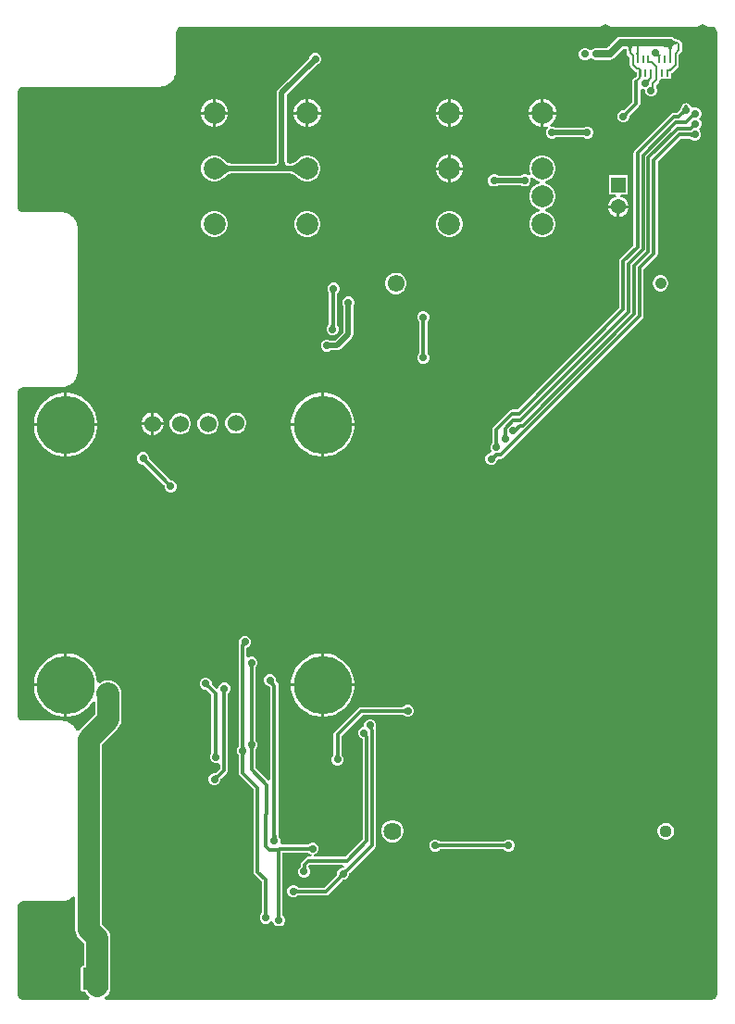
<source format=gbl>
G04*
G04 #@! TF.GenerationSoftware,Altium Limited,Altium Designer,21.8.1 (53)*
G04*
G04 Layer_Physical_Order=2*
G04 Layer_Color=16711680*
%FSLAX24Y24*%
%MOIN*%
G70*
G04*
G04 #@! TF.SameCoordinates,22B1FE7D-4BBE-461E-9046-B7CE90722CBB*
G04*
G04*
G04 #@! TF.FilePolarity,Positive*
G04*
G01*
G75*
%ADD10C,0.0079*%
%ADD12C,0.0118*%
%ADD86C,0.0197*%
%ADD87C,0.0138*%
%ADD88C,0.0787*%
%ADD89C,0.0276*%
%ADD94R,0.0539X0.0539*%
%ADD95C,0.0539*%
%ADD96C,0.0610*%
%ADD97C,0.0413*%
%ADD98C,0.0787*%
%ADD99C,0.0640*%
%ADD100C,0.0440*%
%ADD101O,0.0386X0.0772*%
%ADD102O,0.0425X0.0850*%
%ADD103C,0.2087*%
%ADD104C,0.0600*%
%ADD105C,0.1969*%
%ADD106C,0.0276*%
%ADD107R,0.0098X0.0295*%
%ADD108R,0.0118X0.0295*%
G36*
X25216Y35232D02*
X25253Y35225D01*
X25288Y35210D01*
X25320Y35189D01*
X25347Y35162D01*
X25368Y35131D01*
X25382Y35096D01*
X25390Y35058D01*
Y35039D01*
X25390Y394D01*
Y375D01*
X25382Y337D01*
X25368Y302D01*
X25347Y271D01*
X25320Y244D01*
X25288Y223D01*
X25253Y208D01*
X25216Y201D01*
X25197D01*
X3366Y201D01*
X3339Y279D01*
X3408Y332D01*
X3484Y431D01*
X3505Y484D01*
X3521Y494D01*
X3539Y520D01*
X3545Y551D01*
Y650D01*
X3547Y669D01*
Y2417D01*
X3531Y2540D01*
X3484Y2655D01*
X3408Y2754D01*
X3232Y2929D01*
Y9370D01*
X3802Y9939D01*
X3877Y10037D01*
X3925Y10152D01*
X3941Y10276D01*
Y11204D01*
X3925Y11327D01*
X3877Y11442D01*
X3802Y11541D01*
X3784Y11559D01*
X3685Y11634D01*
X3570Y11682D01*
X3447Y11698D01*
X3324Y11682D01*
X3209Y11634D01*
X3153Y11592D01*
X3113Y11602D01*
X3072Y11629D01*
X3046Y11790D01*
X2991Y11961D01*
X2909Y12122D01*
X2803Y12267D01*
X2676Y12395D01*
X2530Y12500D01*
X2370Y12582D01*
X2199Y12638D01*
X2021Y12666D01*
X1981D01*
Y11522D01*
Y10379D01*
X2021D01*
X2199Y10407D01*
X2370Y10463D01*
X2530Y10545D01*
X2676Y10650D01*
X2803Y10778D01*
X2909Y10923D01*
X2911Y10928D01*
X2988Y10910D01*
Y10473D01*
X2419Y9904D01*
X2401Y9880D01*
X2311Y9892D01*
X2304Y9908D01*
X2293Y9924D01*
X2286Y9943D01*
X2243Y10007D01*
X2229Y10021D01*
X2218Y10037D01*
X2163Y10092D01*
X2147Y10103D01*
X2133Y10117D01*
X2069Y10160D01*
X2050Y10167D01*
X2034Y10178D01*
X1963Y10208D01*
X1943Y10212D01*
X1925Y10219D01*
X1849Y10234D01*
X1835D01*
X1820Y10238D01*
X1781Y10240D01*
X1777Y10239D01*
X1772Y10240D01*
X375Y10240D01*
X337Y10247D01*
X302Y10262D01*
X271Y10283D01*
X244Y10310D01*
X223Y10342D01*
X208Y10377D01*
X201Y10414D01*
Y10433D01*
X201Y22047D01*
Y22066D01*
X208Y22104D01*
X223Y22139D01*
X244Y22170D01*
X271Y22197D01*
X302Y22218D01*
X337Y22233D01*
X375Y22240D01*
X1772D01*
X1777Y22241D01*
X1781Y22240D01*
X1820Y22242D01*
X1835Y22246D01*
X1849D01*
X1925Y22261D01*
X1943Y22269D01*
X1963Y22272D01*
X2034Y22302D01*
X2050Y22313D01*
X2069Y22321D01*
X2133Y22363D01*
X2147Y22377D01*
X2163Y22388D01*
X2218Y22443D01*
X2229Y22459D01*
X2243Y22473D01*
X2286Y22538D01*
X2293Y22556D01*
X2304Y22572D01*
X2334Y22644D01*
X2338Y22663D01*
X2345Y22681D01*
X2360Y22757D01*
Y22772D01*
X2364Y22786D01*
X2366Y22825D01*
X2365Y22830D01*
X2366Y22835D01*
X2366Y27953D01*
X2365Y27958D01*
X2366Y27963D01*
X2364Y28001D01*
X2360Y28016D01*
Y28031D01*
X2345Y28106D01*
X2338Y28124D01*
X2334Y28144D01*
X2304Y28215D01*
X2293Y28232D01*
X2286Y28250D01*
X2243Y28314D01*
X2229Y28328D01*
X2218Y28344D01*
X2163Y28399D01*
X2147Y28410D01*
X2133Y28424D01*
X2069Y28467D01*
X2050Y28474D01*
X2034Y28485D01*
X1963Y28515D01*
X1943Y28519D01*
X1925Y28526D01*
X1849Y28541D01*
X1835D01*
X1820Y28545D01*
X1781Y28547D01*
X1777Y28546D01*
X1772Y28547D01*
X375Y28547D01*
X337Y28555D01*
X302Y28569D01*
X271Y28590D01*
X244Y28617D01*
X223Y28649D01*
X208Y28684D01*
X201Y28721D01*
Y28740D01*
X201Y32874D01*
Y32893D01*
X208Y32930D01*
X223Y32965D01*
X244Y32997D01*
X271Y33024D01*
X302Y33045D01*
X337Y33060D01*
X375Y33067D01*
X394D01*
X5315Y33067D01*
X5320Y33068D01*
X5325Y33067D01*
X5363Y33069D01*
X5378Y33073D01*
X5393D01*
X5468Y33088D01*
X5487Y33095D01*
X5506Y33099D01*
X5577Y33129D01*
X5594Y33140D01*
X5612Y33147D01*
X5676Y33190D01*
X5690Y33204D01*
X5707Y33215D01*
X5761Y33270D01*
X5772Y33286D01*
X5786Y33300D01*
X5829Y33364D01*
X5837Y33383D01*
X5848Y33399D01*
X5877Y33470D01*
X5881Y33490D01*
X5889Y33508D01*
X5904Y33584D01*
Y33599D01*
X5907Y33613D01*
X5909Y33652D01*
X5908Y33657D01*
X5909Y33661D01*
Y35058D01*
X5917Y35096D01*
X5931Y35131D01*
X5952Y35162D01*
X5979Y35189D01*
X6011Y35210D01*
X6046Y35225D01*
X6083Y35232D01*
X6102D01*
X25197Y35232D01*
X25216D01*
D02*
G37*
G36*
X2269Y3901D02*
X2279Y3893D01*
Y2732D01*
X2296Y2608D01*
X2343Y2493D01*
X2419Y2395D01*
X2594Y2219D01*
Y1419D01*
X2559D01*
X2528Y1413D01*
X2502Y1395D01*
X2485Y1369D01*
X2479Y1339D01*
Y551D01*
X2485Y520D01*
X2502Y494D01*
X2528Y477D01*
X2559Y471D01*
X2642D01*
X2658Y431D01*
X2734Y332D01*
X2803Y279D01*
X2776Y201D01*
X375D01*
X337Y208D01*
X302Y223D01*
X271Y244D01*
X244Y271D01*
X223Y302D01*
X208Y337D01*
X201Y375D01*
Y3562D01*
X208Y3600D01*
X223Y3635D01*
X244Y3666D01*
X271Y3693D01*
X302Y3714D01*
X337Y3729D01*
X375Y3736D01*
X1772D01*
X1777Y3737D01*
X1781Y3737D01*
X1820Y3738D01*
X1835Y3742D01*
X1849D01*
X1925Y3757D01*
X1943Y3765D01*
X1963Y3769D01*
X2034Y3798D01*
X2050Y3809D01*
X2069Y3817D01*
X2133Y3859D01*
X2147Y3873D01*
X2163Y3884D01*
X2201Y3922D01*
X2269Y3901D01*
D02*
G37*
G36*
X3465Y551D02*
X2559D01*
Y1339D01*
X3465D01*
Y551D01*
D02*
G37*
%LPC*%
G36*
X23701Y34866D02*
X21932D01*
X21847Y34850D01*
X21776Y34802D01*
X21434Y34460D01*
X21047D01*
X21026Y34456D01*
X21004D01*
X20984Y34448D01*
X20963Y34443D01*
X20945Y34431D01*
X20925Y34423D01*
X20909Y34408D01*
X20891Y34395D01*
X20887Y34390D01*
X20863Y34381D01*
X20825Y34375D01*
X20789Y34387D01*
X20753Y34423D01*
X20673Y34456D01*
X20587D01*
X20507Y34423D01*
X20446Y34362D01*
X20413Y34282D01*
Y34196D01*
X20446Y34117D01*
X20507Y34056D01*
X20587Y34023D01*
X20673D01*
X20753Y34056D01*
X20789Y34092D01*
X20825Y34104D01*
X20863Y34098D01*
X20887Y34089D01*
X20891Y34083D01*
X20909Y34071D01*
X20925Y34056D01*
X20945Y34047D01*
X20963Y34035D01*
X20984Y34031D01*
X21004Y34023D01*
X21026D01*
X21047Y34019D01*
X21525D01*
X21610Y34035D01*
X21681Y34083D01*
X22023Y34425D01*
X22127D01*
X22131Y34407D01*
X22135Y34380D01*
X22139Y34315D01*
Y34276D01*
X22139Y34276D01*
X22148Y34230D01*
X22175Y34191D01*
X22242Y34123D01*
Y33852D01*
X22242Y33852D01*
X22251Y33806D01*
X22277Y33767D01*
X22419Y33625D01*
X22419Y33625D01*
X22458Y33599D01*
X22488Y33593D01*
Y33436D01*
X22442Y33390D01*
X22425Y33387D01*
X22380Y33356D01*
X22349Y33311D01*
X22338Y33257D01*
Y32518D01*
X22041Y32221D01*
X22036Y32217D01*
X22031Y32213D01*
X22026Y32211D01*
X22022Y32209D01*
X22018Y32208D01*
X22015Y32207D01*
X22013Y32207D01*
X22006Y32207D01*
X22000Y32205D01*
X21965D01*
X21885Y32172D01*
X21824Y32111D01*
X21791Y32032D01*
Y31945D01*
X21824Y31866D01*
X21885Y31805D01*
X21965Y31772D01*
X22051D01*
X22131Y31805D01*
X22191Y31866D01*
X22224Y31945D01*
Y31981D01*
X22226Y31987D01*
X22226Y31993D01*
X22227Y31996D01*
X22227Y31999D01*
X22228Y32003D01*
X22230Y32007D01*
X22233Y32012D01*
X22236Y32017D01*
X22240Y32022D01*
X22578Y32360D01*
X22609Y32406D01*
X22619Y32460D01*
Y32953D01*
X22698Y32999D01*
X22739Y32982D01*
X22778D01*
X22790Y32964D01*
Y32878D01*
X22823Y32799D01*
X22884Y32738D01*
X22963Y32705D01*
X23049D01*
X23129Y32738D01*
X23190Y32799D01*
X23223Y32878D01*
Y32964D01*
X23190Y33044D01*
X23182Y33052D01*
X23185Y33064D01*
Y33129D01*
X23284Y33228D01*
X23310Y33267D01*
X23319Y33313D01*
X23391Y33337D01*
X23730D01*
Y33551D01*
X23752Y33555D01*
X23791Y33581D01*
X23971Y33761D01*
X23997Y33800D01*
X24006Y33846D01*
Y34212D01*
X24101Y34307D01*
X24101Y34307D01*
X24127Y34346D01*
X24136Y34392D01*
Y34600D01*
X24136Y34600D01*
X24127Y34646D01*
X24101Y34685D01*
X24101Y34685D01*
X24055Y34731D01*
X24016Y34757D01*
X23970Y34766D01*
X23970Y34766D01*
X23955D01*
X23944Y34767D01*
X23931Y34770D01*
X23918Y34773D01*
X23905Y34778D01*
X23891Y34783D01*
X23877Y34790D01*
X23863Y34799D01*
X23848Y34808D01*
X23832Y34820D01*
X23825Y34823D01*
X23785Y34850D01*
X23701Y34866D01*
D02*
G37*
G36*
X19159Y32612D02*
X19144D01*
Y32168D01*
X19588D01*
Y32183D01*
X19555Y32309D01*
X19490Y32421D01*
X19398Y32513D01*
X19285Y32578D01*
X19159Y32612D01*
D02*
G37*
G36*
X19044D02*
X19029D01*
X18904Y32578D01*
X18791Y32513D01*
X18699Y32421D01*
X18634Y32309D01*
X18601Y32183D01*
Y32168D01*
X19044D01*
Y32612D01*
D02*
G37*
G36*
X7348D02*
X7333D01*
Y32168D01*
X7777D01*
Y32183D01*
X7744Y32309D01*
X7679Y32421D01*
X7587Y32513D01*
X7474Y32578D01*
X7348Y32612D01*
D02*
G37*
G36*
X7233D02*
X7218D01*
X7093Y32578D01*
X6980Y32513D01*
X6888Y32421D01*
X6823Y32309D01*
X6790Y32183D01*
Y32168D01*
X7233D01*
Y32612D01*
D02*
G37*
G36*
X15813Y32612D02*
X15798D01*
Y32168D01*
X16242D01*
Y32183D01*
X16208Y32309D01*
X16143Y32421D01*
X16051Y32513D01*
X15939Y32578D01*
X15813Y32612D01*
D02*
G37*
G36*
X15698D02*
X15683D01*
X15557Y32578D01*
X15445Y32513D01*
X15353Y32421D01*
X15288Y32309D01*
X15254Y32183D01*
Y32168D01*
X15698D01*
Y32612D01*
D02*
G37*
G36*
X10695D02*
X10680D01*
Y32168D01*
X11124D01*
Y32183D01*
X11090Y32309D01*
X11025Y32421D01*
X10933Y32513D01*
X10820Y32578D01*
X10695Y32612D01*
D02*
G37*
G36*
X10580D02*
X10565D01*
X10439Y32578D01*
X10327Y32513D01*
X10235Y32421D01*
X10170Y32309D01*
X10136Y32183D01*
Y32168D01*
X10580D01*
Y32612D01*
D02*
G37*
G36*
X19044Y32068D02*
X18601D01*
Y32053D01*
X18634Y31928D01*
X18699Y31815D01*
X18791Y31723D01*
X18904Y31658D01*
X19029Y31624D01*
X19044D01*
Y32068D01*
D02*
G37*
G36*
X7777Y32068D02*
X7333D01*
Y31624D01*
X7348D01*
X7474Y31658D01*
X7587Y31723D01*
X7679Y31815D01*
X7744Y31928D01*
X7777Y32053D01*
Y32068D01*
D02*
G37*
G36*
X7233D02*
X6790D01*
Y32053D01*
X6823Y31928D01*
X6888Y31815D01*
X6980Y31723D01*
X7093Y31658D01*
X7218Y31624D01*
X7233D01*
Y32068D01*
D02*
G37*
G36*
X16242Y32068D02*
X15798D01*
Y31624D01*
X15813D01*
X15939Y31658D01*
X16051Y31723D01*
X16143Y31815D01*
X16208Y31928D01*
X16242Y32053D01*
Y32068D01*
D02*
G37*
G36*
X15698D02*
X15254D01*
Y32053D01*
X15288Y31928D01*
X15353Y31815D01*
X15445Y31723D01*
X15557Y31658D01*
X15683Y31624D01*
X15698D01*
Y32068D01*
D02*
G37*
G36*
X11124Y32068D02*
X10680D01*
Y31624D01*
X10695D01*
X10820Y31658D01*
X10933Y31723D01*
X11025Y31815D01*
X11090Y31928D01*
X11124Y32053D01*
Y32068D01*
D02*
G37*
G36*
X10580D02*
X10136D01*
Y32053D01*
X10170Y31928D01*
X10235Y31815D01*
X10327Y31723D01*
X10439Y31658D01*
X10565Y31624D01*
X10580D01*
Y32068D01*
D02*
G37*
G36*
X19588Y32068D02*
X19144D01*
Y31624D01*
X19159D01*
X19267Y31653D01*
X19313Y31588D01*
X19265Y31540D01*
X19232Y31460D01*
Y31374D01*
X19265Y31295D01*
X19326Y31234D01*
X19406Y31201D01*
X19492D01*
X19571Y31234D01*
X19574Y31237D01*
X20583D01*
X20586Y31234D01*
X20666Y31201D01*
X20752D01*
X20831Y31234D01*
X20892Y31295D01*
X20925Y31374D01*
Y31460D01*
X20892Y31540D01*
X20831Y31601D01*
X20752Y31634D01*
X20666D01*
X20586Y31601D01*
X20583Y31598D01*
X19574D01*
X19571Y31601D01*
X19492Y31634D01*
X19406D01*
X19388Y31626D01*
X19353Y31697D01*
X19398Y31723D01*
X19490Y31815D01*
X19555Y31928D01*
X19588Y32053D01*
Y32068D01*
D02*
G37*
G36*
X24277Y32476D02*
X24223Y32465D01*
X24178Y32435D01*
X24118Y32375D01*
X24097Y32344D01*
X24093Y32340D01*
X24091Y32335D01*
X24088Y32330D01*
X24087Y32324D01*
X24060Y32260D01*
Y32253D01*
X24059Y32251D01*
X24057Y32246D01*
X24049Y32233D01*
X24045Y32228D01*
X24039Y32220D01*
X23949Y32131D01*
X23838D01*
X23784Y32120D01*
X23739Y32089D01*
X22420Y30771D01*
X22390Y30726D01*
X22379Y30672D01*
Y27350D01*
X21909Y26879D01*
X21878Y26834D01*
X21867Y26780D01*
Y25106D01*
X18201Y21440D01*
X18007D01*
X17953Y21429D01*
X17908Y21399D01*
X17342Y20832D01*
X17311Y20787D01*
X17300Y20733D01*
Y20267D01*
X17300Y20260D01*
X17298Y20254D01*
X17297Y20249D01*
X17295Y20245D01*
X17293Y20241D01*
X17292Y20239D01*
X17290Y20236D01*
X17286Y20232D01*
X17282Y20226D01*
X17257Y20201D01*
X17224Y20122D01*
Y20036D01*
X17257Y19956D01*
X17224Y19878D01*
X17218D01*
X17139Y19845D01*
X17078Y19784D01*
X17045Y19705D01*
Y19618D01*
X17078Y19539D01*
X17139Y19478D01*
X17218Y19445D01*
X17305D01*
X17384Y19478D01*
X17445Y19539D01*
X17478Y19618D01*
Y19626D01*
X17479Y19628D01*
X17481Y19632D01*
X17490Y19646D01*
X17493Y19651D01*
X17499Y19658D01*
X17504Y19663D01*
X17598D01*
X17652Y19673D01*
X17698Y19704D01*
X22698Y24704D01*
X22728Y24749D01*
X22739Y24803D01*
Y26477D01*
X23210Y26948D01*
X23240Y26993D01*
X23251Y27047D01*
Y30369D01*
X24082Y31201D01*
X24401D01*
X24407Y31200D01*
X24413Y31198D01*
X24418Y31197D01*
X24422Y31195D01*
X24424Y31194D01*
X24427Y31192D01*
X24429Y31191D01*
X24433Y31186D01*
X24439Y31182D01*
X24469Y31152D01*
X24549Y31119D01*
X24635D01*
X24715Y31152D01*
X24775Y31213D01*
X24808Y31293D01*
Y31379D01*
X24775Y31458D01*
X24758Y31476D01*
X24732Y31542D01*
X24758Y31578D01*
X24790Y31610D01*
X24823Y31689D01*
Y31775D01*
X24790Y31855D01*
X24735Y31909D01*
X24790Y31964D01*
X24823Y32044D01*
Y32130D01*
X24790Y32209D01*
X24729Y32270D01*
X24649Y32303D01*
X24563D01*
X24488Y32272D01*
X24460Y32340D01*
X24400Y32401D01*
X24399Y32401D01*
X24376Y32435D01*
X24331Y32465D01*
X24277Y32476D01*
D02*
G37*
G36*
X10968Y34272D02*
X10882D01*
X10803Y34239D01*
X10742Y34178D01*
X10709Y34098D01*
Y34094D01*
X9584Y32969D01*
X9545Y32911D01*
X9531Y32841D01*
Y30383D01*
X9527Y30362D01*
X9521Y30345D01*
X9515Y30332D01*
X9507Y30323D01*
X9497Y30315D01*
X9485Y30308D01*
X9467Y30302D01*
X9446Y30299D01*
X7874D01*
X7852Y30302D01*
X7827Y30309D01*
X7800Y30319D01*
X7773Y30332D01*
X7744Y30348D01*
X7716Y30368D01*
X7653Y30420D01*
X7621Y30451D01*
X7614Y30455D01*
X7574Y30496D01*
X7466Y30558D01*
X7346Y30591D01*
X7221D01*
X7101Y30558D01*
X6993Y30496D01*
X6905Y30408D01*
X6843Y30300D01*
X6811Y30180D01*
Y30056D01*
X6843Y29936D01*
X6905Y29828D01*
X6993Y29740D01*
X7101Y29678D01*
X7221Y29646D01*
X7346D01*
X7466Y29678D01*
X7574Y29740D01*
X7614Y29781D01*
X7621Y29785D01*
X7654Y29817D01*
X7685Y29844D01*
X7715Y29868D01*
X7744Y29888D01*
X7773Y29904D01*
X7800Y29917D01*
X7827Y29927D01*
X7852Y29934D01*
X7874Y29937D01*
X10040D01*
X10061Y29934D01*
X10087Y29927D01*
X10113Y29917D01*
X10140Y29904D01*
X10169Y29888D01*
X10197Y29869D01*
X10260Y29816D01*
X10293Y29785D01*
X10299Y29781D01*
X10340Y29740D01*
X10448Y29678D01*
X10568Y29646D01*
X10692D01*
X10812Y29678D01*
X10920Y29740D01*
X11008Y29828D01*
X11070Y29936D01*
X11102Y30056D01*
Y30180D01*
X11070Y30300D01*
X11008Y30408D01*
X10920Y30496D01*
X10812Y30558D01*
X10692Y30591D01*
X10568D01*
X10448Y30558D01*
X10340Y30496D01*
X10299Y30455D01*
X10293Y30451D01*
X10260Y30419D01*
X10229Y30392D01*
X10198Y30368D01*
X10169Y30348D01*
X10140Y30332D01*
X10113Y30319D01*
X10087Y30309D01*
X10061Y30302D01*
X10040Y30299D01*
X9977D01*
X9956Y30302D01*
X9938Y30308D01*
X9926Y30315D01*
X9916Y30323D01*
X9908Y30332D01*
X9902Y30345D01*
X9896Y30362D01*
X9892Y30383D01*
Y32767D01*
X10964Y33839D01*
X10968D01*
X11048Y33872D01*
X11109Y33932D01*
X11142Y34012D01*
Y34098D01*
X11109Y34178D01*
X11048Y34239D01*
X10968Y34272D01*
D02*
G37*
G36*
X15813Y30612D02*
X15798D01*
Y30168D01*
X16242D01*
Y30183D01*
X16208Y30309D01*
X16143Y30421D01*
X16051Y30513D01*
X15939Y30578D01*
X15813Y30612D01*
D02*
G37*
G36*
X15698D02*
X15683D01*
X15557Y30578D01*
X15445Y30513D01*
X15353Y30421D01*
X15288Y30309D01*
X15254Y30183D01*
Y30168D01*
X15698D01*
Y30612D01*
D02*
G37*
G36*
X19157Y30591D02*
X19032D01*
X18912Y30558D01*
X18804Y30496D01*
X18716Y30408D01*
X18654Y30300D01*
X18622Y30180D01*
Y30056D01*
X18654Y29936D01*
X18659Y29928D01*
X18645Y29851D01*
X18645Y29851D01*
X18645D01*
X18622Y29833D01*
X18621Y29835D01*
X18587Y29869D01*
X18508Y29902D01*
X18421D01*
X18342Y29869D01*
X18339Y29866D01*
X17488D01*
X17485Y29869D01*
X17405Y29902D01*
X17319D01*
X17240Y29869D01*
X17179Y29808D01*
X17146Y29728D01*
Y29642D01*
X17179Y29562D01*
X17240Y29501D01*
X17319Y29469D01*
X17405D01*
X17485Y29501D01*
X17488Y29504D01*
X18339D01*
X18342Y29501D01*
X18421Y29469D01*
X18508D01*
X18587Y29501D01*
X18648Y29562D01*
X18681Y29642D01*
Y29699D01*
X18681Y29728D01*
X18665Y29770D01*
X18691Y29787D01*
X18768Y29777D01*
X18804Y29740D01*
X18912Y29678D01*
X18983Y29659D01*
Y29577D01*
X18912Y29558D01*
X18804Y29496D01*
X18716Y29408D01*
X18654Y29300D01*
X18622Y29180D01*
Y29056D01*
X18654Y28936D01*
X18716Y28828D01*
X18804Y28740D01*
X18912Y28678D01*
X18983Y28659D01*
Y28577D01*
X18912Y28558D01*
X18804Y28496D01*
X18716Y28408D01*
X18654Y28300D01*
X18622Y28180D01*
Y28056D01*
X18654Y27936D01*
X18716Y27828D01*
X18804Y27740D01*
X18912Y27678D01*
X19032Y27646D01*
X19157D01*
X19277Y27678D01*
X19385Y27740D01*
X19473Y27828D01*
X19535Y27936D01*
X19567Y28056D01*
Y28180D01*
X19535Y28300D01*
X19473Y28408D01*
X19385Y28496D01*
X19277Y28558D01*
X19206Y28577D01*
Y28659D01*
X19277Y28678D01*
X19385Y28740D01*
X19473Y28828D01*
X19535Y28936D01*
X19567Y29056D01*
Y29180D01*
X19535Y29300D01*
X19473Y29408D01*
X19385Y29496D01*
X19277Y29558D01*
X19206Y29577D01*
Y29659D01*
X19277Y29678D01*
X19385Y29740D01*
X19473Y29828D01*
X19535Y29936D01*
X19567Y30056D01*
Y30180D01*
X19535Y30300D01*
X19473Y30408D01*
X19385Y30496D01*
X19277Y30558D01*
X19157Y30591D01*
D02*
G37*
G36*
X16242Y30068D02*
X15798D01*
Y29624D01*
X15813D01*
X15939Y29658D01*
X16051Y29723D01*
X16143Y29815D01*
X16208Y29928D01*
X16242Y30053D01*
Y30068D01*
D02*
G37*
G36*
X15698D02*
X15254D01*
Y30053D01*
X15288Y29928D01*
X15353Y29815D01*
X15445Y29723D01*
X15557Y29658D01*
X15683Y29624D01*
X15698D01*
Y30068D01*
D02*
G37*
G36*
X22179Y29876D02*
X21483D01*
Y29180D01*
X21739D01*
X21750Y29101D01*
X21688Y29084D01*
X21604Y29036D01*
X21535Y28967D01*
X21487Y28883D01*
X21462Y28790D01*
X21831D01*
X22200D01*
X22175Y28883D01*
X22126Y28967D01*
X22057Y29036D01*
X21973Y29084D01*
X21912Y29101D01*
X21922Y29180D01*
X22179D01*
Y29876D01*
D02*
G37*
G36*
X22200Y28690D02*
X21881D01*
Y28371D01*
X21973Y28396D01*
X22057Y28445D01*
X22126Y28513D01*
X22175Y28598D01*
X22200Y28690D01*
D02*
G37*
G36*
X21781D02*
X21462D01*
X21487Y28598D01*
X21535Y28513D01*
X21604Y28445D01*
X21688Y28396D01*
X21781Y28371D01*
Y28690D01*
D02*
G37*
G36*
X7346Y28591D02*
X7221D01*
X7101Y28558D01*
X6993Y28496D01*
X6905Y28408D01*
X6843Y28300D01*
X6811Y28180D01*
Y28056D01*
X6843Y27936D01*
X6905Y27828D01*
X6993Y27740D01*
X7101Y27678D01*
X7221Y27646D01*
X7346D01*
X7466Y27678D01*
X7574Y27740D01*
X7662Y27828D01*
X7724Y27936D01*
X7756Y28056D01*
Y28180D01*
X7724Y28300D01*
X7662Y28408D01*
X7574Y28496D01*
X7466Y28558D01*
X7346Y28591D01*
D02*
G37*
G36*
X15810Y28591D02*
X15686D01*
X15566Y28558D01*
X15458Y28496D01*
X15370Y28408D01*
X15308Y28300D01*
X15276Y28180D01*
Y28056D01*
X15308Y27936D01*
X15370Y27828D01*
X15458Y27740D01*
X15566Y27678D01*
X15686Y27646D01*
X15810D01*
X15930Y27678D01*
X16038Y27740D01*
X16126Y27828D01*
X16188Y27936D01*
X16220Y28056D01*
Y28180D01*
X16188Y28300D01*
X16126Y28408D01*
X16038Y28496D01*
X15930Y28558D01*
X15810Y28591D01*
D02*
G37*
G36*
X10692D02*
X10568D01*
X10448Y28558D01*
X10340Y28496D01*
X10252Y28408D01*
X10190Y28300D01*
X10157Y28180D01*
Y28056D01*
X10190Y27936D01*
X10252Y27828D01*
X10340Y27740D01*
X10448Y27678D01*
X10568Y27646D01*
X10692D01*
X10812Y27678D01*
X10920Y27740D01*
X11008Y27828D01*
X11070Y27936D01*
X11102Y28056D01*
Y28180D01*
X11070Y28300D01*
X11008Y28408D01*
X10920Y28496D01*
X10812Y28558D01*
X10692Y28591D01*
D02*
G37*
G36*
X23387Y26270D02*
X23312D01*
X23240Y26250D01*
X23175Y26213D01*
X23122Y26160D01*
X23084Y26095D01*
X23064Y26022D01*
Y25947D01*
X23084Y25874D01*
X23122Y25809D01*
X23175Y25756D01*
X23240Y25718D01*
X23312Y25699D01*
X23387D01*
X23460Y25718D01*
X23525Y25756D01*
X23578Y25809D01*
X23616Y25874D01*
X23635Y25947D01*
Y26022D01*
X23616Y26095D01*
X23578Y26160D01*
X23525Y26213D01*
X23460Y26250D01*
X23387Y26270D01*
D02*
G37*
G36*
X13873Y26368D02*
X13772D01*
X13674Y26342D01*
X13587Y26292D01*
X13515Y26220D01*
X13465Y26133D01*
X13439Y26035D01*
Y25934D01*
X13465Y25836D01*
X13515Y25749D01*
X13587Y25677D01*
X13674Y25627D01*
X13772Y25601D01*
X13873D01*
X13971Y25627D01*
X14058Y25677D01*
X14130Y25749D01*
X14180Y25836D01*
X14206Y25934D01*
Y26035D01*
X14180Y26133D01*
X14130Y26220D01*
X14058Y26292D01*
X13971Y26342D01*
X13873Y26368D01*
D02*
G37*
G36*
X11618Y26004D02*
X11532D01*
X11452Y25971D01*
X11391Y25910D01*
X11358Y25830D01*
Y25744D01*
X11391Y25665D01*
X11402Y25654D01*
X11403Y25652D01*
X11405Y25649D01*
X11407Y25645D01*
X11409Y25640D01*
X11411Y25634D01*
X11413Y25628D01*
X11414Y25621D01*
X11415Y25611D01*
Y24528D01*
X11414Y24522D01*
X11412Y24517D01*
X11411Y24513D01*
X11410Y24512D01*
X11352Y24453D01*
X11319Y24374D01*
Y24288D01*
X11352Y24208D01*
X11413Y24147D01*
X11492Y24114D01*
X11579D01*
X11658Y24147D01*
X11719Y24208D01*
X11752Y24288D01*
Y24374D01*
X11719Y24453D01*
X11708Y24465D01*
X11707Y24466D01*
X11705Y24469D01*
X11703Y24473D01*
X11701Y24478D01*
X11699Y24484D01*
X11698Y24490D01*
X11697Y24497D01*
X11696Y24507D01*
Y25590D01*
X11697Y25596D01*
X11698Y25601D01*
X11699Y25605D01*
X11700Y25606D01*
X11758Y25665D01*
X11791Y25744D01*
Y25830D01*
X11758Y25910D01*
X11697Y25971D01*
X11618Y26004D01*
D02*
G37*
G36*
X12154Y25503D02*
X12068D01*
X11988Y25470D01*
X11927Y25409D01*
X11894Y25329D01*
Y25243D01*
X11927Y25164D01*
X11930Y25161D01*
Y24224D01*
X11636Y23931D01*
X11464D01*
X11461Y23934D01*
X11382Y23967D01*
X11296D01*
X11216Y23934D01*
X11155Y23873D01*
X11122Y23793D01*
Y23707D01*
X11155Y23627D01*
X11216Y23566D01*
X11296Y23533D01*
X11382D01*
X11461Y23566D01*
X11464Y23569D01*
X11711D01*
X11780Y23583D01*
X11839Y23622D01*
X12239Y24022D01*
X12278Y24081D01*
X12292Y24150D01*
Y25161D01*
X12294Y25164D01*
X12327Y25243D01*
Y25329D01*
X12294Y25409D01*
X12234Y25470D01*
X12154Y25503D01*
D02*
G37*
G36*
X14846Y24980D02*
X14760D01*
X14680Y24947D01*
X14620Y24886D01*
X14587Y24807D01*
Y24721D01*
X14620Y24641D01*
X14644Y24617D01*
X14647Y24612D01*
X14648Y24611D01*
X14649Y24609D01*
X14650Y24605D01*
X14651Y24600D01*
X14652Y24593D01*
X14653Y24586D01*
Y23482D01*
X14652Y23478D01*
X14651Y23471D01*
X14650Y23466D01*
X14649Y23462D01*
X14648Y23460D01*
X14647Y23459D01*
X14644Y23454D01*
X14620Y23430D01*
X14587Y23350D01*
Y23264D01*
X14620Y23184D01*
X14680Y23124D01*
X14760Y23091D01*
X14846D01*
X14926Y23124D01*
X14987Y23184D01*
X15020Y23264D01*
Y23350D01*
X14987Y23430D01*
X14962Y23454D01*
X14960Y23459D01*
X14958Y23460D01*
X14958Y23462D01*
X14957Y23466D01*
X14955Y23471D01*
X14954Y23477D01*
X14954Y23485D01*
Y24588D01*
X14954Y24593D01*
X14955Y24600D01*
X14957Y24605D01*
X14958Y24609D01*
X14958Y24611D01*
X14960Y24612D01*
X14962Y24617D01*
X14987Y24641D01*
X15020Y24721D01*
Y24807D01*
X14987Y24886D01*
X14926Y24947D01*
X14846Y24980D01*
D02*
G37*
G36*
X5110Y21332D02*
X5107D01*
Y20982D01*
X5457D01*
Y20985D01*
X5430Y21086D01*
X5377Y21177D01*
X5303Y21252D01*
X5212Y21305D01*
X5110Y21332D01*
D02*
G37*
G36*
X5007D02*
X5004D01*
X4903Y21305D01*
X4812Y21252D01*
X4737Y21177D01*
X4684Y21086D01*
X4657Y20985D01*
Y20982D01*
X5007D01*
Y21332D01*
D02*
G37*
G36*
X11273Y22036D02*
X11233D01*
Y20943D01*
X12326D01*
Y20982D01*
X12298Y21160D01*
X12243Y21331D01*
X12161Y21492D01*
X12055Y21637D01*
X11928Y21765D01*
X11782Y21870D01*
X11622Y21952D01*
X11451Y22008D01*
X11273Y22036D01*
D02*
G37*
G36*
X11133D02*
X11093D01*
X10915Y22008D01*
X10744Y21952D01*
X10584Y21870D01*
X10438Y21765D01*
X10311Y21637D01*
X10205Y21492D01*
X10124Y21331D01*
X10068Y21160D01*
X10040Y20982D01*
Y20943D01*
X11133D01*
Y22036D01*
D02*
G37*
G36*
X2021D02*
X1981D01*
Y20943D01*
X3074D01*
Y20982D01*
X3046Y21160D01*
X2991Y21331D01*
X2909Y21492D01*
X2803Y21637D01*
X2676Y21765D01*
X2530Y21870D01*
X2370Y21952D01*
X2199Y22008D01*
X2021Y22036D01*
D02*
G37*
G36*
X1881D02*
X1841D01*
X1663Y22008D01*
X1492Y21952D01*
X1332Y21870D01*
X1186Y21765D01*
X1059Y21637D01*
X953Y21492D01*
X872Y21331D01*
X816Y21160D01*
X788Y20982D01*
Y20943D01*
X1881D01*
Y22036D01*
D02*
G37*
G36*
X8107Y21332D02*
X8007D01*
X7911Y21306D01*
X7825Y21256D01*
X7754Y21186D01*
X7704Y21099D01*
X7678Y21003D01*
Y20903D01*
X7704Y20807D01*
X7754Y20721D01*
X7825Y20650D01*
X7911Y20600D01*
X8007Y20574D01*
X8107D01*
X8203Y20600D01*
X8290Y20650D01*
X8360Y20721D01*
X8410Y20807D01*
X8436Y20903D01*
Y21003D01*
X8410Y21099D01*
X8360Y21186D01*
X8290Y21256D01*
X8203Y21306D01*
X8107Y21332D01*
D02*
G37*
G36*
X7107Y21311D02*
X7007D01*
X6911Y21285D01*
X6825Y21235D01*
X6754Y21164D01*
X6704Y21078D01*
X6678Y20982D01*
Y20882D01*
X6704Y20786D01*
X6754Y20699D01*
X6825Y20629D01*
X6911Y20579D01*
X7007Y20553D01*
X7107D01*
X7203Y20579D01*
X7290Y20629D01*
X7360Y20699D01*
X7410Y20786D01*
X7436Y20882D01*
Y20982D01*
X7410Y21078D01*
X7360Y21164D01*
X7290Y21235D01*
X7203Y21285D01*
X7107Y21311D01*
D02*
G37*
G36*
X6107D02*
X6007D01*
X5911Y21285D01*
X5825Y21235D01*
X5754Y21164D01*
X5704Y21078D01*
X5678Y20982D01*
Y20882D01*
X5704Y20786D01*
X5754Y20699D01*
X5825Y20629D01*
X5911Y20579D01*
X6007Y20553D01*
X6107D01*
X6203Y20579D01*
X6290Y20629D01*
X6360Y20699D01*
X6410Y20786D01*
X6436Y20882D01*
Y20982D01*
X6410Y21078D01*
X6360Y21164D01*
X6290Y21235D01*
X6203Y21285D01*
X6107Y21311D01*
D02*
G37*
G36*
X5457Y20882D02*
X5107D01*
Y20532D01*
X5110D01*
X5212Y20559D01*
X5303Y20612D01*
X5377Y20686D01*
X5430Y20777D01*
X5457Y20879D01*
Y20882D01*
D02*
G37*
G36*
X5007D02*
X4657D01*
Y20879D01*
X4684Y20777D01*
X4737Y20686D01*
X4812Y20612D01*
X4903Y20559D01*
X5004Y20532D01*
X5007D01*
Y20882D01*
D02*
G37*
G36*
X12326Y20843D02*
X11233D01*
Y19749D01*
X11273D01*
X11451Y19777D01*
X11622Y19833D01*
X11782Y19915D01*
X11928Y20020D01*
X12055Y20148D01*
X12161Y20293D01*
X12243Y20454D01*
X12298Y20625D01*
X12326Y20803D01*
Y20843D01*
D02*
G37*
G36*
X11133D02*
X10040D01*
Y20803D01*
X10068Y20625D01*
X10124Y20454D01*
X10205Y20293D01*
X10311Y20148D01*
X10438Y20020D01*
X10584Y19915D01*
X10744Y19833D01*
X10915Y19777D01*
X11093Y19749D01*
X11133D01*
Y20843D01*
D02*
G37*
G36*
X3074D02*
X1981D01*
Y19749D01*
X2021D01*
X2199Y19777D01*
X2370Y19833D01*
X2530Y19915D01*
X2676Y20020D01*
X2803Y20148D01*
X2909Y20293D01*
X2991Y20454D01*
X3046Y20625D01*
X3074Y20803D01*
Y20843D01*
D02*
G37*
G36*
X1881D02*
X788D01*
Y20803D01*
X816Y20625D01*
X872Y20454D01*
X953Y20293D01*
X1059Y20148D01*
X1186Y20020D01*
X1332Y19915D01*
X1492Y19833D01*
X1663Y19777D01*
X1841Y19749D01*
X1881D01*
Y20843D01*
D02*
G37*
G36*
X4767Y19902D02*
X4681D01*
X4602Y19869D01*
X4541Y19808D01*
X4508Y19728D01*
Y19642D01*
X4541Y19562D01*
X4602Y19501D01*
X4681Y19468D01*
X4704D01*
X4706Y19468D01*
X4712Y19467D01*
X4716Y19466D01*
X4720Y19465D01*
X4724Y19464D01*
X4729Y19461D01*
X4734Y19458D01*
X4739Y19455D01*
X4747Y19448D01*
X5480Y18715D01*
X5484Y18710D01*
X5487Y18705D01*
X5489Y18701D01*
X5490Y18698D01*
X5491Y18695D01*
X5491Y18693D01*
X5491Y18691D01*
X5491Y18685D01*
X5492Y18679D01*
Y18627D01*
X5525Y18547D01*
X5586Y18486D01*
X5666Y18453D01*
X5752D01*
X5831Y18486D01*
X5892Y18547D01*
X5925Y18627D01*
Y18713D01*
X5892Y18793D01*
X5831Y18853D01*
X5752Y18886D01*
X5730D01*
X5727Y18887D01*
X5721Y18888D01*
X5717Y18889D01*
X5714Y18890D01*
X5709Y18891D01*
X5704Y18894D01*
X5699Y18897D01*
X5694Y18900D01*
X5686Y18907D01*
X4953Y19640D01*
X4949Y19645D01*
X4946Y19650D01*
X4944Y19654D01*
X4943Y19657D01*
X4942Y19660D01*
X4942Y19662D01*
X4942Y19664D01*
X4942Y19670D01*
X4941Y19676D01*
Y19728D01*
X4908Y19808D01*
X4847Y19869D01*
X4767Y19902D01*
D02*
G37*
G36*
X11273Y12666D02*
X11233D01*
Y11572D01*
X12326D01*
Y11612D01*
X12298Y11790D01*
X12243Y11961D01*
X12161Y12122D01*
X12055Y12267D01*
X11928Y12395D01*
X11782Y12500D01*
X11622Y12582D01*
X11451Y12638D01*
X11273Y12666D01*
D02*
G37*
G36*
X11133D02*
X11093D01*
X10915Y12638D01*
X10744Y12582D01*
X10584Y12500D01*
X10438Y12395D01*
X10311Y12267D01*
X10205Y12122D01*
X10124Y11961D01*
X10068Y11790D01*
X10040Y11612D01*
Y11572D01*
X11133D01*
Y12666D01*
D02*
G37*
G36*
X1881D02*
X1841D01*
X1663Y12638D01*
X1492Y12582D01*
X1332Y12500D01*
X1186Y12395D01*
X1059Y12267D01*
X953Y12122D01*
X872Y11961D01*
X816Y11790D01*
X788Y11612D01*
Y11572D01*
X1881D01*
Y12666D01*
D02*
G37*
G36*
X12326Y11472D02*
X11233D01*
Y10379D01*
X11273D01*
X11451Y10407D01*
X11622Y10463D01*
X11782Y10545D01*
X11928Y10650D01*
X12055Y10778D01*
X12161Y10923D01*
X12243Y11084D01*
X12298Y11255D01*
X12326Y11432D01*
Y11472D01*
D02*
G37*
G36*
X11133D02*
X10040D01*
Y11432D01*
X10068Y11255D01*
X10124Y11084D01*
X10205Y10923D01*
X10311Y10778D01*
X10438Y10650D01*
X10584Y10545D01*
X10744Y10463D01*
X10915Y10407D01*
X11093Y10379D01*
X11133D01*
Y11472D01*
D02*
G37*
G36*
X1881D02*
X788D01*
Y11432D01*
X816Y11255D01*
X872Y11084D01*
X953Y10923D01*
X1059Y10778D01*
X1186Y10650D01*
X1332Y10545D01*
X1492Y10463D01*
X1663Y10407D01*
X1841Y10379D01*
X1881D01*
Y11472D01*
D02*
G37*
G36*
X14295Y10807D02*
X14209D01*
X14129Y10774D01*
X14104Y10749D01*
X14099Y10746D01*
X14094Y10742D01*
X14092Y10740D01*
X14089Y10738D01*
X14086Y10737D01*
X14082Y10735D01*
X14077Y10733D01*
X14070Y10732D01*
X14064Y10731D01*
X12559D01*
X12505Y10720D01*
X12460Y10690D01*
X11621Y9851D01*
X11591Y9806D01*
X11580Y9752D01*
Y9028D01*
X11579Y9022D01*
X11578Y9016D01*
X11576Y9011D01*
X11574Y9006D01*
X11573Y9003D01*
X11571Y9000D01*
X11569Y8998D01*
X11565Y8993D01*
X11562Y8988D01*
X11537Y8963D01*
X11504Y8884D01*
Y8797D01*
X11537Y8718D01*
X11598Y8657D01*
X11677Y8624D01*
X11764D01*
X11843Y8657D01*
X11904Y8718D01*
X11937Y8797D01*
Y8884D01*
X11904Y8963D01*
X11879Y8988D01*
X11876Y8993D01*
X11871Y8998D01*
X11870Y9000D01*
X11868Y9003D01*
X11866Y9006D01*
X11865Y9011D01*
X11863Y9016D01*
X11862Y9022D01*
X11861Y9028D01*
Y9694D01*
X12617Y10450D01*
X14064D01*
X14070Y10449D01*
X14077Y10448D01*
X14082Y10446D01*
X14086Y10445D01*
X14089Y10443D01*
X14092Y10441D01*
X14094Y10440D01*
X14099Y10435D01*
X14104Y10432D01*
X14129Y10407D01*
X14209Y10374D01*
X14295D01*
X14375Y10407D01*
X14436Y10468D01*
X14468Y10547D01*
Y10634D01*
X14436Y10713D01*
X14375Y10774D01*
X14295Y10807D01*
D02*
G37*
G36*
X7012Y11791D02*
X6925D01*
X6846Y11758D01*
X6785Y11697D01*
X6752Y11618D01*
Y11532D01*
X6785Y11452D01*
X6846Y11391D01*
X6925Y11358D01*
X6961D01*
X6967Y11357D01*
X6973Y11357D01*
X6976Y11356D01*
X6979Y11355D01*
X6983Y11354D01*
X6987Y11352D01*
X6991Y11350D01*
X6997Y11346D01*
X7002Y11343D01*
X7182Y11162D01*
Y9103D01*
X7182Y9097D01*
X7180Y9090D01*
X7179Y9083D01*
X7177Y9078D01*
X7175Y9073D01*
X7173Y9069D01*
X7171Y9066D01*
X7169Y9062D01*
X7157Y9050D01*
X7124Y8971D01*
Y8885D01*
X7157Y8805D01*
X7218Y8744D01*
X7297Y8711D01*
X7383D01*
X7405Y8720D01*
X7484Y8668D01*
Y8519D01*
X7327Y8362D01*
X7322Y8358D01*
X7316Y8355D01*
X7312Y8352D01*
X7307Y8350D01*
X7304Y8349D01*
X7301Y8349D01*
X7298Y8348D01*
X7292Y8348D01*
X7285Y8346D01*
X7250D01*
X7171Y8313D01*
X7110Y8253D01*
X7077Y8173D01*
Y8087D01*
X7110Y8007D01*
X7171Y7946D01*
X7250Y7913D01*
X7336D01*
X7416Y7946D01*
X7477Y8007D01*
X7510Y8087D01*
Y8122D01*
X7511Y8128D01*
X7512Y8135D01*
X7512Y8137D01*
X7513Y8140D01*
X7514Y8144D01*
X7516Y8148D01*
X7518Y8153D01*
X7522Y8158D01*
X7526Y8163D01*
X7724Y8361D01*
X7754Y8407D01*
X7765Y8461D01*
Y11201D01*
X7766Y11207D01*
X7767Y11212D01*
X7768Y11216D01*
X7770Y11219D01*
X7770Y11220D01*
X7777Y11227D01*
X7777Y11227D01*
X7777Y11227D01*
X7825Y11275D01*
X7858Y11355D01*
Y11441D01*
X7825Y11520D01*
X7764Y11581D01*
X7685Y11614D01*
X7598D01*
X7519Y11581D01*
X7458Y11520D01*
X7425Y11441D01*
Y11428D01*
X7346Y11396D01*
X7201Y11541D01*
X7197Y11546D01*
X7193Y11552D01*
X7191Y11557D01*
X7189Y11561D01*
X7188Y11564D01*
X7187Y11567D01*
X7187Y11570D01*
X7187Y11577D01*
X7185Y11583D01*
Y11618D01*
X7152Y11697D01*
X7091Y11758D01*
X7012Y11791D01*
D02*
G37*
G36*
X23583Y6559D02*
X23504D01*
X23428Y6538D01*
X23360Y6499D01*
X23304Y6443D01*
X23265Y6375D01*
X23244Y6299D01*
Y6221D01*
X23265Y6145D01*
X23304Y6076D01*
X23360Y6021D01*
X23428Y5981D01*
X23504Y5961D01*
X23583D01*
X23659Y5981D01*
X23727Y6021D01*
X23782Y6076D01*
X23822Y6145D01*
X23842Y6221D01*
Y6299D01*
X23822Y6375D01*
X23782Y6443D01*
X23727Y6499D01*
X23659Y6538D01*
X23583Y6559D01*
D02*
G37*
G36*
X17917Y5965D02*
X17831D01*
X17751Y5932D01*
X17727Y5907D01*
X17721Y5903D01*
X17716Y5899D01*
X17714Y5897D01*
X17711Y5896D01*
X17708Y5894D01*
X17704Y5892D01*
X17699Y5891D01*
X17692Y5889D01*
X17686Y5889D01*
X15424D01*
X15418Y5889D01*
X15412Y5891D01*
X15406Y5892D01*
X15402Y5894D01*
X15399Y5896D01*
X15396Y5897D01*
X15394Y5899D01*
X15389Y5903D01*
X15384Y5907D01*
X15359Y5932D01*
X15279Y5965D01*
X15193D01*
X15114Y5932D01*
X15053Y5871D01*
X15020Y5791D01*
Y5705D01*
X15053Y5625D01*
X15114Y5564D01*
X15193Y5531D01*
X15279D01*
X15359Y5564D01*
X15384Y5589D01*
X15389Y5593D01*
X15394Y5597D01*
X15396Y5599D01*
X15399Y5600D01*
X15402Y5602D01*
X15406Y5604D01*
X15412Y5605D01*
X15418Y5607D01*
X15424Y5608D01*
X17686D01*
X17692Y5607D01*
X17699Y5605D01*
X17704Y5604D01*
X17708Y5602D01*
X17711Y5600D01*
X17714Y5599D01*
X17716Y5597D01*
X17721Y5593D01*
X17727Y5589D01*
X17751Y5564D01*
X17831Y5531D01*
X17917D01*
X17997Y5564D01*
X18058Y5625D01*
X18091Y5705D01*
Y5791D01*
X18058Y5871D01*
X17997Y5932D01*
X17917Y5965D01*
D02*
G37*
G36*
X13753Y6659D02*
X13648D01*
X13547Y6631D01*
X13456Y6579D01*
X13382Y6505D01*
X13329Y6414D01*
X13302Y6312D01*
Y6207D01*
X13329Y6106D01*
X13382Y6015D01*
X13456Y5941D01*
X13547Y5888D01*
X13648Y5861D01*
X13753D01*
X13855Y5888D01*
X13946Y5941D01*
X14020Y6015D01*
X14072Y6106D01*
X14100Y6207D01*
Y6312D01*
X14072Y6414D01*
X14020Y6505D01*
X13946Y6579D01*
X13855Y6631D01*
X13753Y6659D01*
D02*
G37*
G36*
X8429Y13287D02*
X8343D01*
X8263Y13254D01*
X8202Y13194D01*
X8169Y13114D01*
Y13028D01*
X8179Y13004D01*
X8168Y12951D01*
Y9341D01*
X8167Y9335D01*
X8166Y9329D01*
X8165Y9324D01*
X8163Y9319D01*
X8161Y9316D01*
X8160Y9313D01*
X8158Y9311D01*
X8154Y9306D01*
X8150Y9301D01*
X8125Y9276D01*
X8092Y9197D01*
Y9110D01*
X8125Y9031D01*
X8150Y9006D01*
X8154Y9001D01*
X8158Y8996D01*
X8160Y8994D01*
X8161Y8991D01*
X8163Y8988D01*
X8165Y8983D01*
X8166Y8978D01*
X8167Y8972D01*
X8168Y8966D01*
Y8364D01*
X8179Y8311D01*
X8210Y8265D01*
X8703Y7772D01*
Y4796D01*
X8714Y4742D01*
X8744Y4696D01*
X8993Y4447D01*
Y3338D01*
X8992Y3331D01*
X8991Y3325D01*
X8989Y3320D01*
X8988Y3316D01*
X8986Y3312D01*
X8985Y3309D01*
X8983Y3307D01*
X8978Y3303D01*
X8975Y3297D01*
X8950Y3272D01*
X8917Y3193D01*
Y3107D01*
X8950Y3027D01*
X9011Y2966D01*
X9091Y2933D01*
X9177D01*
X9257Y2966D01*
X9305Y3014D01*
X9352Y3011D01*
X9358Y3009D01*
X9389Y2996D01*
X9417Y2929D01*
X9478Y2868D01*
X9557Y2835D01*
X9643D01*
X9723Y2868D01*
X9784Y2929D01*
X9817Y3008D01*
Y3094D01*
X9784Y3174D01*
X9759Y3199D01*
X9756Y3204D01*
X9751Y3209D01*
X9750Y3211D01*
X9748Y3214D01*
X9746Y3217D01*
X9745Y3221D01*
X9743Y3226D01*
X9742Y3233D01*
X9741Y3239D01*
Y5489D01*
X10639D01*
X10645Y5488D01*
X10651Y5487D01*
X10657Y5486D01*
X10661Y5484D01*
X10664Y5482D01*
X10667Y5481D01*
X10669Y5479D01*
X10674Y5475D01*
X10679Y5471D01*
X10704Y5446D01*
X10784Y5413D01*
X10777Y5337D01*
X10669D01*
X10616Y5327D01*
X10570Y5296D01*
X10441Y5167D01*
X10410Y5121D01*
X10399Y5068D01*
Y5003D01*
X10399Y4998D01*
X10397Y4994D01*
X10396Y4991D01*
X10396Y4990D01*
X10387Y4987D01*
X10326Y4926D01*
X10293Y4846D01*
Y4760D01*
X10326Y4680D01*
X10387Y4620D01*
X10467Y4587D01*
X10553D01*
X10632Y4620D01*
X10693Y4680D01*
X10726Y4760D01*
Y4846D01*
X10693Y4926D01*
X10688Y4931D01*
X10687Y4933D01*
X10686Y4938D01*
X10682Y4953D01*
X10681Y4960D01*
X10680Y4969D01*
Y5009D01*
X10727Y5056D01*
X11905D01*
X11951Y4985D01*
X11952Y4978D01*
X11936Y4959D01*
X11917Y4941D01*
X11886D01*
X11806Y4908D01*
X11746Y4847D01*
X11713Y4767D01*
Y4732D01*
X11711Y4726D01*
X11711Y4720D01*
X11710Y4717D01*
X11710Y4714D01*
X11709Y4710D01*
X11707Y4706D01*
X11704Y4701D01*
X11701Y4696D01*
X11697Y4691D01*
X11239Y4233D01*
X10315D01*
X10309Y4234D01*
X10303Y4235D01*
X10297Y4236D01*
X10293Y4238D01*
X10290Y4240D01*
X10287Y4241D01*
X10285Y4243D01*
X10280Y4248D01*
X10275Y4251D01*
X10250Y4276D01*
X10170Y4309D01*
X10084D01*
X10005Y4276D01*
X9944Y4215D01*
X9911Y4135D01*
Y4049D01*
X9944Y3969D01*
X10005Y3909D01*
X10084Y3876D01*
X10170D01*
X10250Y3909D01*
X10275Y3933D01*
X10280Y3937D01*
X10285Y3941D01*
X10287Y3943D01*
X10290Y3944D01*
X10293Y3946D01*
X10297Y3948D01*
X10303Y3949D01*
X10309Y3951D01*
X10315Y3952D01*
X11297D01*
X11351Y3962D01*
X11396Y3993D01*
X11896Y4492D01*
X11901Y4496D01*
X11906Y4499D01*
X11911Y4502D01*
X11915Y4504D01*
X11919Y4505D01*
X11922Y4506D01*
X11924Y4506D01*
X11931Y4506D01*
X11937Y4508D01*
X11972D01*
X12052Y4541D01*
X12113Y4602D01*
X12146Y4681D01*
Y4717D01*
X12147Y4723D01*
X12147Y4729D01*
X12148Y4732D01*
X12148Y4735D01*
X12150Y4738D01*
X12151Y4743D01*
X12154Y4747D01*
X12158Y4753D01*
X12161Y4758D01*
X13068Y5664D01*
X13098Y5710D01*
X13109Y5764D01*
Y9897D01*
X13098Y9951D01*
X13087Y9968D01*
X13114Y10033D01*
Y10119D01*
X13081Y10199D01*
X13020Y10260D01*
X12941Y10293D01*
X12855D01*
X12775Y10260D01*
X12714Y10199D01*
X12681Y10119D01*
Y10033D01*
X12669Y10015D01*
X12634D01*
X12555Y9983D01*
X12494Y9922D01*
X12461Y9842D01*
Y9756D01*
X12494Y9676D01*
X12555Y9615D01*
X12631Y9584D01*
Y5968D01*
X12001Y5337D01*
X10876D01*
X10870Y5413D01*
X10949Y5446D01*
X11010Y5507D01*
X11043Y5587D01*
Y5673D01*
X11010Y5753D01*
X10949Y5813D01*
X10870Y5846D01*
X10784D01*
X10704Y5813D01*
X10679Y5789D01*
X10674Y5785D01*
X10669Y5781D01*
X10667Y5779D01*
X10664Y5778D01*
X10661Y5776D01*
X10657Y5774D01*
X10651Y5773D01*
X10645Y5771D01*
X10639Y5770D01*
X9712D01*
X9660Y5849D01*
X9665Y5862D01*
Y5949D01*
X9632Y6028D01*
X9608Y6052D01*
X9605Y6057D01*
X9604Y6059D01*
X9603Y6060D01*
X9602Y6064D01*
X9601Y6070D01*
X9600Y6076D01*
X9599Y6083D01*
Y11498D01*
X9588Y11556D01*
X9555Y11605D01*
X9514Y11646D01*
X9511Y11650D01*
X9508Y11654D01*
Y11736D01*
X9475Y11816D01*
X9414Y11876D01*
X9334Y11909D01*
X9248D01*
X9169Y11876D01*
X9108Y11816D01*
X9075Y11736D01*
Y11650D01*
X9108Y11570D01*
X9169Y11509D01*
X9248Y11476D01*
X9253D01*
X9259Y11473D01*
X9262Y11470D01*
X9275Y11459D01*
X9298Y11436D01*
Y8111D01*
X9220Y8078D01*
X8763Y8535D01*
Y9182D01*
X8763Y9188D01*
X8765Y9195D01*
X8766Y9200D01*
X8768Y9204D01*
X8770Y9208D01*
X8771Y9210D01*
X8773Y9212D01*
X8777Y9217D01*
X8781Y9223D01*
X8806Y9247D01*
X8839Y9327D01*
Y9413D01*
X8806Y9493D01*
X8781Y9518D01*
X8777Y9523D01*
X8773Y9528D01*
X8771Y9530D01*
X8770Y9533D01*
X8768Y9536D01*
X8766Y9540D01*
X8765Y9545D01*
X8763Y9552D01*
X8763Y9558D01*
Y12135D01*
X8763Y12141D01*
X8765Y12148D01*
X8766Y12153D01*
X8768Y12157D01*
X8770Y12160D01*
X8771Y12163D01*
X8773Y12165D01*
X8777Y12170D01*
X8781Y12175D01*
X8806Y12200D01*
X8839Y12280D01*
Y12366D01*
X8806Y12445D01*
X8745Y12506D01*
X8665Y12539D01*
X8579D01*
X8528Y12518D01*
X8449Y12559D01*
Y12863D01*
X8508Y12887D01*
X8569Y12948D01*
X8602Y13028D01*
Y13114D01*
X8569Y13194D01*
X8508Y13254D01*
X8429Y13287D01*
D02*
G37*
%LPD*%
G36*
X23803Y34742D02*
X23821Y34730D01*
X23840Y34719D01*
X23858Y34710D01*
X23877Y34703D01*
X23895Y34696D01*
X23914Y34691D01*
X23932Y34688D01*
X23951Y34686D01*
X23970Y34685D01*
Y34606D01*
X23951Y34606D01*
X23932Y34603D01*
X23914Y34600D01*
X23895Y34595D01*
X23877Y34589D01*
X23858Y34581D01*
X23840Y34572D01*
X23821Y34561D01*
X23803Y34550D01*
X23794Y34543D01*
X23787Y34535D01*
X23777Y34517D01*
X23769Y34496D01*
X23761Y34471D01*
X23755Y34442D01*
X23749Y34409D01*
X23742Y34331D01*
X23741Y34258D01*
X23743Y34214D01*
X23744Y34209D01*
X23746Y34205D01*
X23747Y34202D01*
X23749Y34202D01*
X23653D01*
X23654Y34202D01*
X23656Y34205D01*
X23657Y34209D01*
X23658Y34214D01*
X23659Y34221D01*
X23661Y34240D01*
X23661Y34264D01*
X23661Y34286D01*
X23652Y34409D01*
X23647Y34442D01*
X23642Y34465D01*
X23637Y34469D01*
X23617Y34480D01*
X23593Y34488D01*
X23562Y34495D01*
X23526Y34501D01*
X23438Y34507D01*
X23386Y34508D01*
X23701Y34646D01*
X23784Y34618D01*
Y34755D01*
X23803Y34742D01*
D02*
G37*
G36*
X22350Y34538D02*
X22339Y34520D01*
X22330Y34499D01*
X22322Y34475D01*
X22315Y34449D01*
X22309Y34420D01*
X22305Y34388D01*
X22300Y34316D01*
X22299Y34276D01*
X22220D01*
X22220Y34316D01*
X22215Y34388D01*
X22210Y34420D01*
X22205Y34449D01*
X22198Y34475D01*
X22189Y34499D01*
X22180Y34520D01*
X22169Y34538D01*
X22157Y34553D01*
X22362D01*
X22350Y34538D01*
D02*
G37*
G36*
X22559Y34265D02*
X22562Y34214D01*
X22563Y34209D01*
X22565Y34205D01*
X22566Y34202D01*
X22568Y34202D01*
X22472D01*
X22473Y34202D01*
X22475Y34205D01*
X22476Y34209D01*
X22477Y34214D01*
X22478Y34221D01*
X22480Y34240D01*
X22480Y34280D01*
X22559D01*
X22559Y34265D01*
D02*
G37*
G36*
X23270Y34247D02*
X23283Y34236D01*
X23298Y34253D01*
X23297Y34247D01*
X23297Y34241D01*
X23299Y34234D01*
X23301Y34228D01*
X23304Y34221D01*
X23305Y34219D01*
X23311Y34215D01*
X23320Y34210D01*
X23330Y34207D01*
X23338Y34204D01*
X23347Y34202D01*
X23355Y34202D01*
X23260Y34090D01*
X23264Y34097D01*
X23266Y34104D01*
X23266Y34113D01*
X23263Y34122D01*
X23259Y34133D01*
X23252Y34144D01*
X23248Y34150D01*
X23243Y34152D01*
X23237Y34155D01*
X23230Y34156D01*
X23224Y34157D01*
X23218Y34156D01*
X23213Y34155D01*
X23229Y34174D01*
X23203Y34202D01*
X23259Y34257D01*
X23270Y34247D01*
D02*
G37*
G36*
X22961Y34004D02*
X22963Y34001D01*
X22965Y33999D01*
X22969Y33997D01*
X22974Y33995D01*
X22981Y33994D01*
X22988Y33993D01*
X22996Y33992D01*
X23017Y33991D01*
Y33913D01*
X23006Y33913D01*
X22964Y33910D01*
X22962Y33909D01*
X22961Y33909D01*
X22960Y34007D01*
X22961Y34004D01*
D02*
G37*
G36*
X23238Y33758D02*
X23240Y33739D01*
X23241Y33731D01*
X23243Y33724D01*
X23245Y33719D01*
X23247Y33715D01*
X23250Y33712D01*
X23253Y33710D01*
X23257Y33709D01*
X23161D01*
X23160Y33710D01*
X23160Y33712D01*
X23160Y33715D01*
X23159Y33770D01*
X23238D01*
X23238Y33758D01*
D02*
G37*
G36*
X23651Y33709D02*
X23653Y33708D01*
X23655Y33707D01*
X23659Y33707D01*
X23670Y33706D01*
X23706Y33706D01*
Y33627D01*
X23695Y33627D01*
X23677Y33625D01*
X23670Y33624D01*
X23663Y33623D01*
X23658Y33621D01*
X23654Y33619D01*
X23651Y33617D01*
X23650Y33614D01*
X23649Y33611D01*
X23650Y33709D01*
X23651Y33709D01*
D02*
G37*
G36*
X23253Y33416D02*
X23250Y33413D01*
X23247Y33409D01*
X23245Y33404D01*
X23243Y33397D01*
X23241Y33388D01*
X23240Y33378D01*
X23238Y33353D01*
X23238Y33338D01*
X23159D01*
X23161Y33417D01*
X23257D01*
X23253Y33416D01*
D02*
G37*
G36*
X22976Y33287D02*
X22968Y33279D01*
X22961Y33270D01*
X22954Y33260D01*
X22948Y33249D01*
X22941Y33237D01*
X22936Y33225D01*
X22925Y33197D01*
X22921Y33182D01*
X22916Y33165D01*
X22819Y33332D01*
X22833Y33329D01*
X22846Y33327D01*
X22859Y33326D01*
X22871Y33327D01*
X22883Y33329D01*
X22895Y33332D01*
X22906Y33337D01*
X22916Y33342D01*
X22926Y33350D01*
X22935Y33358D01*
X22976Y33287D01*
D02*
G37*
G36*
X22196Y32093D02*
X22186Y32083D01*
X22178Y32073D01*
X22170Y32063D01*
X22164Y32052D01*
X22158Y32042D01*
X22153Y32032D01*
X22150Y32021D01*
X22148Y32011D01*
X22146Y32000D01*
X22146Y31990D01*
X22009Y32126D01*
X22020Y32127D01*
X22030Y32128D01*
X22041Y32131D01*
X22051Y32134D01*
X22061Y32139D01*
X22072Y32144D01*
X22082Y32151D01*
X22092Y32158D01*
X22102Y32167D01*
X22113Y32177D01*
X22196Y32093D01*
D02*
G37*
%LPC*%
G36*
X23784Y34601D02*
X23779Y34599D01*
X23768Y34594D01*
X23760Y34587D01*
X23753Y34578D01*
X23747Y34568D01*
X23743Y34556D01*
X23742Y34548D01*
X23784D01*
Y34601D01*
D02*
G37*
%LPD*%
G36*
X24245Y32083D02*
X24235Y32085D01*
X24225Y32085D01*
X24215Y32084D01*
X24205Y32082D01*
X24195Y32079D01*
X24185Y32074D01*
X24174Y32068D01*
X24164Y32061D01*
X24154Y32053D01*
X24144Y32043D01*
X24081Y32147D01*
X24091Y32158D01*
X24108Y32178D01*
X24115Y32188D01*
X24127Y32207D01*
X24132Y32217D01*
X24136Y32227D01*
X24140Y32236D01*
X24142Y32246D01*
X24245Y32083D01*
D02*
G37*
G36*
X24575Y31952D02*
X24565Y31954D01*
X24555Y31955D01*
X24545Y31954D01*
X24535Y31952D01*
X24524Y31948D01*
X24514Y31944D01*
X24504Y31938D01*
X24494Y31931D01*
X24483Y31922D01*
X24473Y31912D01*
X24411Y32017D01*
X24420Y32027D01*
X24437Y32047D01*
X24445Y32057D01*
X24457Y32077D01*
X24462Y32087D01*
X24466Y32096D01*
X24469Y32106D01*
X24472Y32115D01*
X24575Y31952D01*
D02*
G37*
G36*
X24605Y31595D02*
X24594Y31594D01*
X24584Y31593D01*
X24574Y31590D01*
X24563Y31587D01*
X24553Y31582D01*
X24543Y31577D01*
X24532Y31570D01*
X24522Y31562D01*
X24512Y31554D01*
X24502Y31544D01*
X24418Y31628D01*
X24428Y31638D01*
X24436Y31648D01*
X24444Y31658D01*
X24451Y31669D01*
X24456Y31679D01*
X24461Y31689D01*
X24464Y31700D01*
X24467Y31710D01*
X24468Y31720D01*
X24469Y31731D01*
X24605Y31595D01*
D02*
G37*
G36*
X24490Y31243D02*
X24482Y31251D01*
X24474Y31257D01*
X24465Y31263D01*
X24456Y31268D01*
X24445Y31272D01*
X24434Y31276D01*
X24422Y31279D01*
X24410Y31281D01*
X24396Y31282D01*
X24382Y31282D01*
X24387Y31400D01*
X24402Y31401D01*
X24415Y31402D01*
X24428Y31403D01*
X24440Y31406D01*
X24451Y31409D01*
X24462Y31413D01*
X24472Y31418D01*
X24481Y31423D01*
X24489Y31429D01*
X24497Y31436D01*
X24490Y31243D01*
D02*
G37*
G36*
X18241Y20738D02*
X18231Y20728D01*
X18214Y20708D01*
X18206Y20698D01*
X18194Y20678D01*
X18189Y20669D01*
X18185Y20659D01*
X18182Y20649D01*
X18179Y20640D01*
X18076Y20803D01*
X18086Y20801D01*
X18096Y20801D01*
X18106Y20801D01*
X18117Y20804D01*
X18127Y20807D01*
X18137Y20812D01*
X18147Y20817D01*
X18157Y20825D01*
X18168Y20833D01*
X18178Y20843D01*
X18241Y20738D01*
D02*
G37*
G36*
X17812Y20586D02*
X17814Y20573D01*
X17815Y20560D01*
X17818Y20548D01*
X17821Y20537D01*
X17826Y20526D01*
X17830Y20517D01*
X17836Y20508D01*
X17842Y20499D01*
X17850Y20491D01*
X17657D01*
X17664Y20499D01*
X17670Y20508D01*
X17676Y20517D01*
X17681Y20526D01*
X17685Y20537D01*
X17688Y20548D01*
X17691Y20560D01*
X17693Y20573D01*
X17694Y20586D01*
X17694Y20600D01*
X17812D01*
X17812Y20586D01*
D02*
G37*
G36*
X17500Y20272D02*
X17501Y20258D01*
X17503Y20246D01*
X17506Y20234D01*
X17509Y20223D01*
X17513Y20212D01*
X17518Y20202D01*
X17524Y20193D01*
X17530Y20185D01*
X17537Y20177D01*
X17344D01*
X17352Y20185D01*
X17358Y20193D01*
X17364Y20202D01*
X17368Y20212D01*
X17373Y20223D01*
X17376Y20234D01*
X17379Y20246D01*
X17380Y20258D01*
X17382Y20272D01*
X17382Y20286D01*
X17500D01*
X17500Y20272D01*
D02*
G37*
G36*
X17457Y19731D02*
X17448Y19721D01*
X17430Y19701D01*
X17423Y19691D01*
X17411Y19671D01*
X17406Y19662D01*
X17402Y19652D01*
X17399Y19642D01*
X17396Y19633D01*
X17293Y19796D01*
X17303Y19794D01*
X17313Y19793D01*
X17323Y19794D01*
X17333Y19796D01*
X17343Y19800D01*
X17354Y19804D01*
X17364Y19810D01*
X17374Y19817D01*
X17384Y19826D01*
X17395Y19836D01*
X17457Y19731D01*
D02*
G37*
G36*
X9812Y30376D02*
X9818Y30343D01*
X9828Y30313D01*
X9841Y30287D01*
X9859Y30266D01*
X9881Y30248D01*
X9906Y30234D01*
X9936Y30224D01*
X9969Y30219D01*
X10007Y30217D01*
X9712Y30020D01*
X9416Y30217D01*
X9454Y30219D01*
X9487Y30224D01*
X9517Y30234D01*
X9542Y30248D01*
X9564Y30266D01*
X9582Y30287D01*
X9595Y30313D01*
X9605Y30343D01*
X9611Y30376D01*
X9613Y30413D01*
X9810D01*
X9812Y30376D01*
D02*
G37*
G36*
X7599Y30360D02*
X7668Y30303D01*
X7702Y30280D01*
X7736Y30261D01*
X7769Y30245D01*
X7802Y30232D01*
X7835Y30224D01*
X7868Y30218D01*
X7901Y30217D01*
Y30020D01*
X7868Y30018D01*
X7835Y30013D01*
X7802Y30004D01*
X7769Y29991D01*
X7736Y29975D01*
X7702Y29956D01*
X7668Y29933D01*
X7634Y29906D01*
X7599Y29876D01*
X7565Y29843D01*
X7565Y30394D01*
X7599Y30360D01*
D02*
G37*
G36*
X10349Y29843D02*
X10314Y29876D01*
X10246Y29933D01*
X10212Y29956D01*
X10178Y29975D01*
X10144Y29991D01*
X10111Y30004D01*
X10078Y30013D01*
X10045Y30018D01*
X10013Y30020D01*
Y30217D01*
X10045Y30218D01*
X10078Y30224D01*
X10111Y30232D01*
X10144Y30245D01*
X10178Y30261D01*
X10212Y30280D01*
X10246Y30303D01*
X10280Y30330D01*
X10314Y30360D01*
X10349Y30394D01*
X10349Y29843D01*
D02*
G37*
G36*
X11656Y25676D02*
X11648Y25670D01*
X11641Y25662D01*
X11635Y25654D01*
X11629Y25645D01*
X11625Y25635D01*
X11621Y25624D01*
X11618Y25613D01*
X11616Y25600D01*
X11615Y25587D01*
X11614Y25573D01*
X11496Y25592D01*
X11496Y25606D01*
X11493Y25632D01*
X11491Y25644D01*
X11488Y25656D01*
X11485Y25666D01*
X11481Y25677D01*
X11476Y25686D01*
X11471Y25695D01*
X11465Y25704D01*
X11656Y25676D01*
D02*
G37*
G36*
X11614Y24526D02*
X11614Y24512D01*
X11617Y24486D01*
X11619Y24474D01*
X11622Y24463D01*
X11625Y24452D01*
X11629Y24441D01*
X11634Y24432D01*
X11639Y24423D01*
X11645Y24414D01*
X11454Y24442D01*
X11462Y24448D01*
X11469Y24456D01*
X11475Y24464D01*
X11481Y24473D01*
X11486Y24483D01*
X11489Y24494D01*
X11492Y24506D01*
X11494Y24518D01*
X11496Y24531D01*
X11496Y24545D01*
X11614Y24526D01*
D02*
G37*
G36*
X14894Y24659D02*
X14890Y24653D01*
X14886Y24645D01*
X14882Y24636D01*
X14879Y24626D01*
X14876Y24615D01*
X14875Y24603D01*
X14873Y24590D01*
X14872Y24562D01*
X14734D01*
X14734Y24577D01*
X14732Y24603D01*
X14730Y24615D01*
X14727Y24626D01*
X14724Y24636D01*
X14721Y24645D01*
X14717Y24653D01*
X14712Y24659D01*
X14707Y24665D01*
X14900D01*
X14894Y24659D01*
D02*
G37*
G36*
X14872Y23494D02*
X14875Y23468D01*
X14876Y23456D01*
X14879Y23445D01*
X14882Y23435D01*
X14886Y23426D01*
X14890Y23418D01*
X14894Y23411D01*
X14900Y23405D01*
X14707D01*
X14712Y23411D01*
X14717Y23418D01*
X14721Y23426D01*
X14724Y23435D01*
X14727Y23445D01*
X14730Y23456D01*
X14732Y23468D01*
X14733Y23480D01*
X14734Y23509D01*
X14872D01*
X14872Y23494D01*
D02*
G37*
G36*
X4861Y19662D02*
X4862Y19652D01*
X4864Y19641D01*
X4867Y19631D01*
X4871Y19621D01*
X4876Y19610D01*
X4882Y19600D01*
X4890Y19590D01*
X4899Y19580D01*
X4908Y19569D01*
X4817Y19493D01*
X4807Y19503D01*
X4787Y19519D01*
X4777Y19526D01*
X4766Y19532D01*
X4756Y19537D01*
X4746Y19541D01*
X4735Y19544D01*
X4725Y19546D01*
X4715Y19548D01*
X4862Y19673D01*
X4861Y19662D01*
D02*
G37*
G36*
X5626Y18852D02*
X5646Y18835D01*
X5657Y18829D01*
X5667Y18823D01*
X5677Y18818D01*
X5687Y18814D01*
X5698Y18811D01*
X5708Y18809D01*
X5718Y18807D01*
X5571Y18682D01*
X5572Y18693D01*
X5571Y18703D01*
X5569Y18713D01*
X5566Y18724D01*
X5562Y18734D01*
X5557Y18744D01*
X5551Y18755D01*
X5543Y18765D01*
X5535Y18775D01*
X5525Y18786D01*
X5616Y18862D01*
X5626Y18852D01*
D02*
G37*
G36*
X14154Y10494D02*
X14146Y10501D01*
X14137Y10508D01*
X14128Y10513D01*
X14119Y10518D01*
X14108Y10522D01*
X14097Y10526D01*
X14085Y10528D01*
X14072Y10530D01*
X14059Y10531D01*
X14045Y10532D01*
Y10650D01*
X14059Y10650D01*
X14072Y10651D01*
X14085Y10653D01*
X14097Y10656D01*
X14108Y10659D01*
X14119Y10663D01*
X14128Y10668D01*
X14137Y10674D01*
X14146Y10680D01*
X14154Y10687D01*
Y10494D01*
D02*
G37*
G36*
X11780Y9034D02*
X11781Y9020D01*
X11783Y9008D01*
X11786Y8996D01*
X11789Y8984D01*
X11793Y8974D01*
X11798Y8964D01*
X11803Y8955D01*
X11810Y8947D01*
X11817Y8939D01*
X11624D01*
X11631Y8947D01*
X11637Y8955D01*
X11643Y8964D01*
X11648Y8974D01*
X11652Y8984D01*
X11655Y8996D01*
X11658Y9008D01*
X11660Y9020D01*
X11661Y9034D01*
X11661Y9048D01*
X11780D01*
X11780Y9034D01*
D02*
G37*
G36*
X7107Y11563D02*
X7108Y11553D01*
X7111Y11542D01*
X7114Y11532D01*
X7119Y11521D01*
X7124Y11511D01*
X7131Y11501D01*
X7138Y11491D01*
X7147Y11480D01*
X7157Y11470D01*
X7073Y11387D01*
X7063Y11396D01*
X7053Y11405D01*
X7043Y11413D01*
X7032Y11419D01*
X7022Y11425D01*
X7012Y11429D01*
X7001Y11433D01*
X6991Y11435D01*
X6980Y11437D01*
X6970Y11437D01*
X7106Y11573D01*
X7107Y11563D01*
D02*
G37*
G36*
X7725Y11288D02*
X7717Y11281D01*
X7710Y11274D01*
X7704Y11265D01*
X7698Y11256D01*
X7694Y11246D01*
X7690Y11235D01*
X7687Y11224D01*
X7685Y11211D01*
X7684Y11198D01*
X7683Y11184D01*
X7565Y11200D01*
X7565Y11214D01*
X7562Y11240D01*
X7560Y11253D01*
X7557Y11264D01*
X7554Y11275D01*
X7550Y11285D01*
X7545Y11295D01*
X7539Y11304D01*
X7533Y11312D01*
X7725Y11288D01*
D02*
G37*
G36*
X7382Y9128D02*
X7384Y9114D01*
X7386Y9102D01*
X7389Y9090D01*
X7392Y9079D01*
X7397Y9069D01*
X7402Y9060D01*
X7409Y9052D01*
X7416Y9044D01*
X7423Y9038D01*
X7232Y9013D01*
X7238Y9022D01*
X7244Y9030D01*
X7248Y9040D01*
X7252Y9050D01*
X7256Y9061D01*
X7259Y9073D01*
X7261Y9085D01*
X7263Y9098D01*
X7263Y9111D01*
X7264Y9125D01*
X7382Y9142D01*
X7382Y9128D01*
D02*
G37*
G36*
X7482Y8235D02*
X7472Y8224D01*
X7463Y8214D01*
X7456Y8204D01*
X7449Y8194D01*
X7443Y8183D01*
X7439Y8173D01*
X7435Y8163D01*
X7433Y8152D01*
X7432Y8142D01*
X7431Y8131D01*
X7295Y8268D01*
X7305Y8268D01*
X7316Y8270D01*
X7326Y8272D01*
X7336Y8276D01*
X7347Y8280D01*
X7357Y8286D01*
X7367Y8292D01*
X7378Y8300D01*
X7388Y8308D01*
X7398Y8318D01*
X7482Y8235D01*
D02*
G37*
G36*
X17776Y5652D02*
X17768Y5659D01*
X17760Y5665D01*
X17750Y5671D01*
X17741Y5676D01*
X17730Y5680D01*
X17719Y5683D01*
X17707Y5686D01*
X17694Y5687D01*
X17681Y5689D01*
X17667Y5689D01*
Y5807D01*
X17681Y5807D01*
X17694Y5809D01*
X17707Y5810D01*
X17719Y5813D01*
X17730Y5816D01*
X17741Y5821D01*
X17750Y5825D01*
X17760Y5831D01*
X17768Y5837D01*
X17776Y5844D01*
Y5652D01*
D02*
G37*
G36*
X15342Y5837D02*
X15351Y5831D01*
X15360Y5825D01*
X15370Y5821D01*
X15380Y5816D01*
X15391Y5813D01*
X15403Y5810D01*
X15416Y5809D01*
X15429Y5807D01*
X15443Y5807D01*
Y5689D01*
X15429Y5689D01*
X15416Y5687D01*
X15403Y5686D01*
X15391Y5683D01*
X15380Y5680D01*
X15370Y5676D01*
X15360Y5671D01*
X15351Y5665D01*
X15342Y5659D01*
X15335Y5652D01*
Y5844D01*
X15342Y5837D01*
D02*
G37*
G36*
X8711Y12217D02*
X8705Y12208D01*
X8699Y12199D01*
X8695Y12189D01*
X8690Y12179D01*
X8687Y12168D01*
X8684Y12156D01*
X8683Y12143D01*
X8681Y12130D01*
X8681Y12116D01*
X8563D01*
X8563Y12130D01*
X8561Y12143D01*
X8560Y12156D01*
X8557Y12168D01*
X8554Y12179D01*
X8550Y12189D01*
X8545Y12199D01*
X8539Y12208D01*
X8533Y12217D01*
X8526Y12224D01*
X8719D01*
X8711Y12217D01*
D02*
G37*
G36*
X9425Y11657D02*
X9426Y11649D01*
X9427Y11640D01*
X9430Y11631D01*
X9434Y11622D01*
X9439Y11613D01*
X9446Y11603D01*
X9453Y11593D01*
X9462Y11583D01*
X9473Y11572D01*
X9353Y11497D01*
X9342Y11507D01*
X9313Y11533D01*
X9304Y11539D01*
X9287Y11549D01*
X9280Y11553D01*
X9273Y11556D01*
X9266Y11557D01*
X9426Y11665D01*
X9425Y11657D01*
D02*
G37*
G36*
X8681Y9563D02*
X8683Y9550D01*
X8684Y9537D01*
X8687Y9525D01*
X8690Y9514D01*
X8695Y9503D01*
X8699Y9494D01*
X8705Y9485D01*
X8711Y9476D01*
X8719Y9468D01*
X8526D01*
X8533Y9476D01*
X8539Y9485D01*
X8545Y9494D01*
X8550Y9503D01*
X8554Y9514D01*
X8557Y9525D01*
X8560Y9537D01*
X8561Y9550D01*
X8563Y9563D01*
X8563Y9577D01*
X8681D01*
X8681Y9563D01*
D02*
G37*
G36*
X8711Y9264D02*
X8705Y9256D01*
X8699Y9246D01*
X8695Y9237D01*
X8690Y9226D01*
X8687Y9215D01*
X8684Y9203D01*
X8683Y9190D01*
X8681Y9177D01*
X8681Y9163D01*
X8563D01*
X8563Y9177D01*
X8561Y9190D01*
X8560Y9203D01*
X8557Y9215D01*
X8554Y9226D01*
X8550Y9237D01*
X8545Y9246D01*
X8539Y9256D01*
X8533Y9264D01*
X8526Y9272D01*
X8719D01*
X8711Y9264D01*
D02*
G37*
G36*
X8368Y9347D02*
X8369Y9333D01*
X8371Y9321D01*
X8374Y9309D01*
X8377Y9297D01*
X8381Y9287D01*
X8386Y9277D01*
X8392Y9268D01*
X8398Y9260D01*
X8405Y9252D01*
X8309Y9154D01*
X8405Y9055D01*
X8398Y9047D01*
X8392Y9039D01*
X8386Y9030D01*
X8381Y9020D01*
X8377Y9010D01*
X8374Y8998D01*
X8371Y8986D01*
X8369Y8974D01*
X8368Y8960D01*
X8368Y8946D01*
X8250D01*
X8249Y8960D01*
X8248Y8974D01*
X8246Y8986D01*
X8244Y8998D01*
X8241Y9010D01*
X8236Y9020D01*
X8232Y9030D01*
X8226Y9039D01*
X8220Y9047D01*
X8212Y9055D01*
X8309Y9154D01*
X8212Y9252D01*
X8220Y9260D01*
X8226Y9268D01*
X8232Y9277D01*
X8236Y9287D01*
X8241Y9297D01*
X8244Y9309D01*
X8246Y9321D01*
X8248Y9333D01*
X8249Y9347D01*
X8250Y9361D01*
X8368D01*
X8368Y9347D01*
D02*
G37*
G36*
X9518Y6093D02*
X9520Y6066D01*
X9522Y6054D01*
X9525Y6043D01*
X9528Y6033D01*
X9531Y6025D01*
X9535Y6017D01*
X9540Y6010D01*
X9545Y6004D01*
X9352D01*
X9358Y6010D01*
X9362Y6017D01*
X9366Y6025D01*
X9370Y6033D01*
X9373Y6043D01*
X9376Y6054D01*
X9377Y6066D01*
X9379Y6079D01*
X9380Y6108D01*
X9518D01*
X9518Y6093D01*
D02*
G37*
G36*
X10728Y5533D02*
X10721Y5541D01*
X10712Y5547D01*
X10703Y5553D01*
X10693Y5557D01*
X10683Y5562D01*
X10672Y5565D01*
X10660Y5567D01*
X10647Y5569D01*
X10634Y5570D01*
X10620Y5571D01*
Y5689D01*
X10634Y5689D01*
X10647Y5690D01*
X10660Y5692D01*
X10672Y5695D01*
X10683Y5698D01*
X10693Y5702D01*
X10703Y5707D01*
X10712Y5713D01*
X10721Y5719D01*
X10728Y5726D01*
Y5533D01*
D02*
G37*
G36*
X10599Y4991D02*
X10599Y4977D01*
X10601Y4950D01*
X10603Y4938D01*
X10609Y4916D01*
X10612Y4905D01*
X10616Y4896D01*
X10620Y4887D01*
X10625Y4878D01*
X10437Y4920D01*
X10446Y4926D01*
X10453Y4933D01*
X10460Y4941D01*
X10465Y4949D01*
X10470Y4959D01*
X10474Y4969D01*
X10477Y4981D01*
X10479Y4993D01*
X10480Y5006D01*
X10481Y5021D01*
X10599Y4991D01*
D02*
G37*
G36*
X12117Y4829D02*
X12108Y4819D01*
X12099Y4809D01*
X12091Y4798D01*
X12085Y4788D01*
X12079Y4778D01*
X12075Y4767D01*
X12071Y4757D01*
X12069Y4747D01*
X12067Y4736D01*
X12067Y4726D01*
X11931Y4862D01*
X11941Y4863D01*
X11951Y4864D01*
X11962Y4867D01*
X11972Y4870D01*
X11983Y4875D01*
X11993Y4880D01*
X12003Y4887D01*
X12013Y4894D01*
X12024Y4903D01*
X12034Y4913D01*
X12117Y4829D01*
D02*
G37*
G36*
X11928Y4587D02*
X11917Y4586D01*
X11907Y4585D01*
X11896Y4582D01*
X11886Y4579D01*
X11876Y4574D01*
X11865Y4569D01*
X11855Y4562D01*
X11845Y4554D01*
X11835Y4546D01*
X11824Y4536D01*
X11741Y4620D01*
X11751Y4630D01*
X11759Y4640D01*
X11767Y4650D01*
X11773Y4661D01*
X11779Y4671D01*
X11784Y4681D01*
X11787Y4692D01*
X11789Y4702D01*
X11791Y4713D01*
X11791Y4723D01*
X11928Y4587D01*
D02*
G37*
G36*
X10233Y4181D02*
X10242Y4175D01*
X10251Y4169D01*
X10261Y4165D01*
X10271Y4160D01*
X10283Y4157D01*
X10294Y4155D01*
X10307Y4153D01*
X10320Y4152D01*
X10335Y4151D01*
Y4033D01*
X10320Y4033D01*
X10307Y4032D01*
X10294Y4030D01*
X10283Y4027D01*
X10271Y4024D01*
X10261Y4020D01*
X10251Y4015D01*
X10242Y4009D01*
X10233Y4003D01*
X10226Y3996D01*
Y4189D01*
X10233Y4181D01*
D02*
G37*
G36*
X9193Y3343D02*
X9194Y3329D01*
X9196Y3317D01*
X9199Y3305D01*
X9202Y3294D01*
X9206Y3283D01*
X9211Y3273D01*
X9217Y3264D01*
X9223Y3256D01*
X9230Y3248D01*
X9037D01*
X9045Y3256D01*
X9051Y3264D01*
X9056Y3273D01*
X9061Y3283D01*
X9065Y3294D01*
X9069Y3305D01*
X9071Y3317D01*
X9073Y3329D01*
X9074Y3343D01*
X9075Y3357D01*
X9193D01*
X9193Y3343D01*
D02*
G37*
G36*
X9660Y3244D02*
X9661Y3231D01*
X9663Y3218D01*
X9665Y3206D01*
X9669Y3195D01*
X9673Y3185D01*
X9678Y3175D01*
X9683Y3166D01*
X9690Y3157D01*
X9697Y3150D01*
X9504D01*
X9511Y3157D01*
X9517Y3166D01*
X9523Y3175D01*
X9528Y3185D01*
X9532Y3195D01*
X9535Y3206D01*
X9538Y3218D01*
X9540Y3231D01*
X9541Y3244D01*
X9541Y3258D01*
X9659D01*
X9660Y3244D01*
D02*
G37*
D10*
X22923Y33952D02*
X23017D01*
X22913Y33962D02*
X22923Y33952D01*
X22913Y33962D02*
Y34055D01*
X23199Y33474D02*
Y33770D01*
X23017Y33952D02*
X23199Y33770D01*
X22362Y33852D02*
X22504Y33711D01*
X22260Y34276D02*
Y34646D01*
X22362Y33852D02*
Y34173D01*
X22260Y34276D02*
X22362Y34173D01*
X23706Y33666D02*
X23886Y33846D01*
X24016Y34392D02*
Y34600D01*
X23886Y33846D02*
Y34262D01*
X24016Y34392D01*
X23701Y34646D02*
X23970D01*
X24016Y34600D01*
X22608Y33386D02*
Y33652D01*
X23064Y33179D02*
X23199Y33313D01*
X22783Y33199D02*
X22832D01*
X22480Y33258D02*
X22608Y33386D01*
Y33652D02*
X22618Y33661D01*
X23199Y33455D02*
X23209Y33465D01*
X23199Y33313D02*
Y33455D01*
X23064Y33064D02*
Y33179D01*
X23012Y33379D02*
Y33563D01*
X22832Y33199D02*
X23012Y33379D01*
X23012Y33563D02*
X23012Y33563D01*
X23177Y34283D02*
X23307Y34154D01*
X23164Y34283D02*
X23177D01*
X23307Y34055D02*
Y34154D01*
X23701Y34055D02*
Y34646D01*
X22504Y33711D02*
X22569D01*
X22618Y33661D01*
X23602Y33563D02*
Y33656D01*
X23612Y33666D02*
X23706D01*
X23602Y33656D02*
X23612Y33666D01*
X22520Y34636D02*
X22529Y34646D01*
X22520Y34055D02*
Y34636D01*
X23199Y33474D02*
X23209Y33465D01*
D12*
X11555Y24350D02*
Y25768D01*
X11535Y24331D02*
X11555Y24350D01*
X12898Y10076D02*
X12928Y10046D01*
Y9938D02*
Y10046D01*
Y9938D02*
X12968Y9897D01*
X15236Y5748D02*
X17874D01*
X11929Y4724D02*
X12968Y5764D01*
X11297Y4092D02*
X11929Y4724D01*
X10127Y4092D02*
X11297D01*
X10540Y4833D02*
Y5068D01*
X10510Y4803D02*
X10540Y4833D01*
Y5068D02*
X10669Y5197D01*
X24218Y32276D02*
X24277Y32335D01*
X12677Y9756D02*
X12772Y9662D01*
Y5910D02*
Y9662D01*
X12677Y9756D02*
Y9799D01*
X12059Y5197D02*
X12772Y5910D01*
X12968Y5764D02*
Y9897D01*
X10669Y5197D02*
X12059D01*
X11720Y9752D02*
X12559Y10591D01*
X14252D01*
X11720Y8841D02*
Y9752D01*
X8309Y8364D02*
X8843Y7830D01*
X8309Y12951D02*
X8386Y13028D01*
X8309Y8364D02*
Y12951D01*
X8622Y8477D02*
X9173Y7926D01*
X8622Y8477D02*
Y9370D01*
X7323Y8945D02*
Y11220D01*
Y8945D02*
X7340Y8928D01*
X7624Y8461D02*
Y11380D01*
X7642Y11398D01*
X8386Y13028D02*
Y13071D01*
X18049Y21063D02*
X18301D01*
X18285Y20866D02*
X18383D01*
X22402Y24885D01*
X22205Y24966D02*
Y26699D01*
X18007Y21299D02*
X18259D01*
X22008Y25048D01*
X22598Y24803D02*
Y26535D01*
X22008Y25048D02*
Y26780D01*
X17598Y19803D02*
X22598Y24803D01*
X18301Y21063D02*
X22205Y24966D01*
X22402Y24885D02*
Y26617D01*
X22913Y27129D02*
Y30509D01*
X23970Y31565D01*
X22520Y27292D02*
Y30672D01*
X23838Y31990D02*
X24007D01*
X22717Y27210D02*
Y30590D01*
X23909Y31782D02*
X24260D01*
X24024Y31341D02*
X24586D01*
X23970Y31565D02*
X24439D01*
X22717Y30590D02*
X23909Y31782D01*
X22520Y30672D02*
X23838Y31990D01*
X23110Y27047D02*
Y30427D01*
X24024Y31341D01*
X22479Y32460D02*
Y33257D01*
X22008Y31989D02*
X22479Y32460D01*
X24007Y31990D02*
X24234Y32217D01*
X24260Y31782D02*
X24564Y32087D01*
X24439Y31565D02*
X24606Y31732D01*
X24586Y31341D02*
X24592Y31336D01*
X24234Y32217D02*
X24277D01*
X24564Y32087D02*
X24606D01*
X22402Y26617D02*
X22913Y27129D01*
X22598Y26535D02*
X23110Y27047D01*
X22205Y26699D02*
X22717Y27210D01*
X22008Y26780D02*
X22520Y27292D01*
X17262Y19661D02*
X17304D01*
X17446Y19803D01*
X17598D01*
X17441Y20733D02*
X18007Y21299D01*
X17753Y20767D02*
X18049Y21063D01*
X18087Y20669D02*
X18285Y20866D01*
X18045Y20669D02*
X18087D01*
X17441Y20079D02*
Y20733D01*
X17753Y20393D02*
Y20767D01*
X11555Y25768D02*
X11575Y25787D01*
X8622Y9370D02*
Y12323D01*
X9173Y6890D02*
Y7926D01*
X8843Y4796D02*
Y7830D01*
X9134Y5709D02*
Y6850D01*
X9173Y6890D01*
X9258Y5584D02*
X9600D01*
X9134Y5709D02*
X9258Y5584D01*
X9646Y5630D02*
X10827D01*
X9600Y5584D02*
X9646Y5630D01*
X8843Y4796D02*
X9134Y4505D01*
X9600Y3051D02*
Y5584D01*
X9134Y3150D02*
Y4505D01*
X6969Y11575D02*
X7323Y11220D01*
X4724Y19670D02*
Y19685D01*
X5709Y18670D02*
Y18685D01*
X4724Y19670D02*
X5709Y18685D01*
X7293Y8130D02*
X7624Y8461D01*
D86*
X9712Y32841D02*
X10925Y34055D01*
X9712Y30118D02*
Y32841D01*
Y30118D02*
X10630D01*
X7283D02*
X9712D01*
X17362Y29685D02*
X18465D01*
X19449Y31417D02*
X20709D01*
X11711Y23750D02*
X12111Y24150D01*
X11339Y23750D02*
X11711D01*
X12111Y24150D02*
Y25286D01*
X7283Y30118D02*
X7283Y30118D01*
X10630D02*
X10630Y30118D01*
D87*
X14803Y23307D02*
Y24764D01*
X9449Y5906D02*
Y11498D01*
X9291Y11656D02*
X9449Y11498D01*
X9291Y11656D02*
Y11693D01*
D88*
X2756Y2732D02*
X3071Y2417D01*
X2756Y9567D02*
X3465Y10276D01*
X2756Y2732D02*
Y9567D01*
X3071Y669D02*
Y2417D01*
X3465Y10276D02*
Y11204D01*
X3447Y11222D02*
X3465Y11204D01*
D89*
X21047Y34239D02*
X21525D01*
X22529Y34646D02*
X23701D01*
X21525Y34239D02*
X21932Y34646D01*
X22260D01*
X22529D01*
D94*
X21831Y29528D02*
D03*
D95*
Y28740D02*
D03*
D96*
X13822Y25984D02*
D03*
D97*
X23350D02*
D03*
D98*
X7283Y30118D02*
D03*
Y28118D02*
D03*
Y32118D02*
D03*
X10630Y32118D02*
D03*
Y28118D02*
D03*
Y30118D02*
D03*
X15748D02*
D03*
Y28118D02*
D03*
Y32118D02*
D03*
X19094Y32118D02*
D03*
Y30118D02*
D03*
Y29118D02*
D03*
Y28118D02*
D03*
D99*
X13701Y6260D02*
D03*
D100*
X23543Y6260D02*
D03*
D101*
X21358Y33632D02*
D03*
X24862D02*
D03*
D102*
X21358Y34892D02*
D03*
X24862D02*
D03*
D103*
X11183Y11522D02*
D03*
X1931D02*
D03*
X11183Y20893D02*
D03*
X1931D02*
D03*
D104*
X8057Y20953D02*
D03*
X7057Y20932D02*
D03*
X6057D02*
D03*
X5057D02*
D03*
D105*
X1181Y1181D02*
D03*
X24409D02*
D03*
Y29528D02*
D03*
X1181D02*
D03*
X13189D02*
D03*
D106*
X12244Y1620D02*
D03*
X11398Y2249D02*
D03*
Y1613D02*
D03*
X10925Y34055D02*
D03*
X18465Y29685D02*
D03*
X20709Y31417D02*
D03*
X19449D02*
D03*
X17362Y29685D02*
D03*
X11535Y24331D02*
D03*
X12111Y25286D02*
D03*
X11339Y23750D02*
D03*
X23518Y32875D02*
D03*
X23006Y32921D02*
D03*
X24273Y27301D02*
D03*
Y23364D02*
D03*
Y21396D02*
D03*
Y19427D02*
D03*
Y17459D02*
D03*
Y15490D02*
D03*
Y13522D02*
D03*
Y11553D02*
D03*
Y9585D02*
D03*
Y7616D02*
D03*
Y3679D02*
D03*
X22305Y23364D02*
D03*
Y21396D02*
D03*
Y19427D02*
D03*
Y17459D02*
D03*
Y15490D02*
D03*
Y13522D02*
D03*
Y11553D02*
D03*
Y5648D02*
D03*
Y1711D02*
D03*
X20336Y27301D02*
D03*
Y25333D02*
D03*
Y21396D02*
D03*
Y19427D02*
D03*
Y17459D02*
D03*
Y15490D02*
D03*
Y13522D02*
D03*
Y11553D02*
D03*
X18368Y31238D02*
D03*
Y29270D02*
D03*
Y27301D02*
D03*
Y25333D02*
D03*
Y19427D02*
D03*
Y17459D02*
D03*
Y15490D02*
D03*
Y13522D02*
D03*
Y11553D02*
D03*
X16399Y29270D02*
D03*
Y27301D02*
D03*
Y25333D02*
D03*
Y21396D02*
D03*
Y17459D02*
D03*
Y15490D02*
D03*
Y13522D02*
D03*
Y11553D02*
D03*
Y1711D02*
D03*
X14431Y29270D02*
D03*
Y27301D02*
D03*
Y19427D02*
D03*
Y15490D02*
D03*
Y13522D02*
D03*
Y3679D02*
D03*
Y1711D02*
D03*
X12462Y27301D02*
D03*
Y25333D02*
D03*
Y17459D02*
D03*
Y13522D02*
D03*
Y7616D02*
D03*
Y3679D02*
D03*
X10494Y31238D02*
D03*
Y29270D02*
D03*
Y27301D02*
D03*
Y19427D02*
D03*
Y17459D02*
D03*
Y15490D02*
D03*
Y7616D02*
D03*
X8525Y33207D02*
D03*
Y31238D02*
D03*
Y29270D02*
D03*
Y27301D02*
D03*
Y21396D02*
D03*
Y19427D02*
D03*
Y17459D02*
D03*
Y15490D02*
D03*
Y13522D02*
D03*
X6557Y33207D02*
D03*
Y31238D02*
D03*
Y25333D02*
D03*
Y23364D02*
D03*
Y19427D02*
D03*
Y15490D02*
D03*
Y13522D02*
D03*
Y11553D02*
D03*
X4588Y31238D02*
D03*
Y29270D02*
D03*
Y27301D02*
D03*
Y23364D02*
D03*
Y21396D02*
D03*
Y17459D02*
D03*
Y15490D02*
D03*
Y13522D02*
D03*
Y11553D02*
D03*
Y1711D02*
D03*
X2620Y31238D02*
D03*
Y29270D02*
D03*
Y27301D02*
D03*
Y25333D02*
D03*
Y23364D02*
D03*
Y19427D02*
D03*
Y17459D02*
D03*
Y15490D02*
D03*
Y13522D02*
D03*
X651Y31238D02*
D03*
Y21396D02*
D03*
Y19427D02*
D03*
Y17459D02*
D03*
Y15490D02*
D03*
Y13522D02*
D03*
X14449Y21378D02*
D03*
X5945Y6575D02*
D03*
Y7362D02*
D03*
X5925Y8898D02*
D03*
Y8189D02*
D03*
X5217Y5748D02*
D03*
X4439D02*
D03*
X3661D02*
D03*
X5217Y5039D02*
D03*
X4439D02*
D03*
X3661D02*
D03*
X5217Y8189D02*
D03*
X4439D02*
D03*
X3661D02*
D03*
Y8898D02*
D03*
X4439D02*
D03*
X5217D02*
D03*
X12898Y10076D02*
D03*
X15236Y5748D02*
D03*
X13583Y1339D02*
D03*
X10127Y4092D02*
D03*
X10510Y4803D02*
D03*
X10433Y3740D02*
D03*
X22087Y34055D02*
D03*
X21811Y33258D02*
D03*
X24333Y34400D02*
D03*
X24405Y33258D02*
D03*
X4961Y9843D02*
D03*
X6404Y9557D02*
D03*
X9744Y7677D02*
D03*
X1888Y3519D02*
D03*
X1850Y2795D02*
D03*
X1575Y3150D02*
D03*
X7953Y8228D02*
D03*
Y8858D02*
D03*
X8228Y7756D02*
D03*
X10197Y6772D02*
D03*
X12008Y7480D02*
D03*
X16220Y5236D02*
D03*
X15236D02*
D03*
Y4016D02*
D03*
X16181D02*
D03*
X18386D02*
D03*
X20591D02*
D03*
X20906D02*
D03*
X22283Y3740D02*
D03*
X21850Y5236D02*
D03*
X20906D02*
D03*
X20591D02*
D03*
X19646D02*
D03*
X19331D02*
D03*
X18386D02*
D03*
X20000Y10827D02*
D03*
X24094Y8780D02*
D03*
X20433Y7244D02*
D03*
X21378D02*
D03*
X22953D02*
D03*
X21378Y8465D02*
D03*
X20433D02*
D03*
X19724Y8780D02*
D03*
X19173Y7244D02*
D03*
X17913D02*
D03*
Y8465D02*
D03*
X14508Y8496D02*
D03*
X13504Y9094D02*
D03*
X8465Y23031D02*
D03*
X9213Y23228D02*
D03*
X9646D02*
D03*
Y24213D02*
D03*
X10945Y24685D02*
D03*
X6260Y29744D02*
D03*
X10138Y26772D02*
D03*
X16748Y32270D02*
D03*
X13661Y34055D02*
D03*
X12244Y31102D02*
D03*
X16850Y30354D02*
D03*
X17362Y33898D02*
D03*
X20630Y33031D02*
D03*
X21457Y31575D02*
D03*
X4585Y25000D02*
D03*
X5175D02*
D03*
Y23819D02*
D03*
X4034D02*
D03*
X4055Y25000D02*
D03*
X3740Y24409D02*
D03*
X5432D02*
D03*
X21598Y2071D02*
D03*
X19975Y2087D02*
D03*
X20236Y2638D02*
D03*
Y1496D02*
D03*
X21378D02*
D03*
Y2677D02*
D03*
X20787D02*
D03*
Y1496D02*
D03*
X6693Y1890D02*
D03*
X5315Y1260D02*
D03*
X6378D02*
D03*
X5827D02*
D03*
X14252Y10591D02*
D03*
X11720Y8841D02*
D03*
X12677Y9799D02*
D03*
X8309Y9154D02*
D03*
X8622Y9370D02*
D03*
X7340Y8928D02*
D03*
X7642Y11398D02*
D03*
X8386Y13071D02*
D03*
X21047Y34239D02*
D03*
X20630D02*
D03*
X22783Y33199D02*
D03*
X23164Y34283D02*
D03*
X24592Y31336D02*
D03*
X22008Y31989D02*
D03*
X24277Y32217D02*
D03*
X24606Y32087D02*
D03*
Y31732D02*
D03*
X17262Y19661D02*
D03*
X17441Y20079D02*
D03*
X18045Y20669D02*
D03*
X17753Y20393D02*
D03*
X14803Y24764D02*
D03*
Y23307D02*
D03*
X11575Y25787D02*
D03*
X8622Y12323D02*
D03*
X9449Y5906D02*
D03*
X9134Y3150D02*
D03*
X10827Y5630D02*
D03*
X9600Y3051D02*
D03*
X11929Y4724D02*
D03*
X9291Y11693D02*
D03*
X6969Y11575D02*
D03*
X6732Y3622D02*
D03*
X7126D02*
D03*
X7480D02*
D03*
X8169Y6260D02*
D03*
X7480Y6732D02*
D03*
X8543Y4488D02*
D03*
Y4843D02*
D03*
Y5906D02*
D03*
X5709Y18670D02*
D03*
X4724Y19685D02*
D03*
X7293Y8130D02*
D03*
X6250Y4331D02*
D03*
X5945Y5039D02*
D03*
X3465Y11204D02*
D03*
Y10276D02*
D03*
X4173Y3525D02*
D03*
X3071Y1260D02*
D03*
Y669D02*
D03*
X17874Y5748D02*
D03*
X6732Y3937D02*
D03*
X7874Y6732D02*
D03*
X7126D02*
D03*
X5945Y5748D02*
D03*
X8543Y5551D02*
D03*
X8169Y4055D02*
D03*
Y3622D02*
D03*
X7815D02*
D03*
X7205Y5197D02*
D03*
X6752Y4262D02*
D03*
X8169Y4478D02*
D03*
Y5925D02*
D03*
X8543Y5197D02*
D03*
D107*
X21909Y33563D02*
D03*
X22618D02*
D03*
X22815D02*
D03*
X23012D02*
D03*
X23209D02*
D03*
X23406D02*
D03*
X23602D02*
D03*
X24311D02*
D03*
X24291Y34055D02*
D03*
X23701D02*
D03*
X23504D02*
D03*
X23307D02*
D03*
X22913D02*
D03*
X22717D02*
D03*
X22520D02*
D03*
X21929D02*
D03*
D108*
X21713Y33563D02*
D03*
X24508D02*
D03*
M02*

</source>
